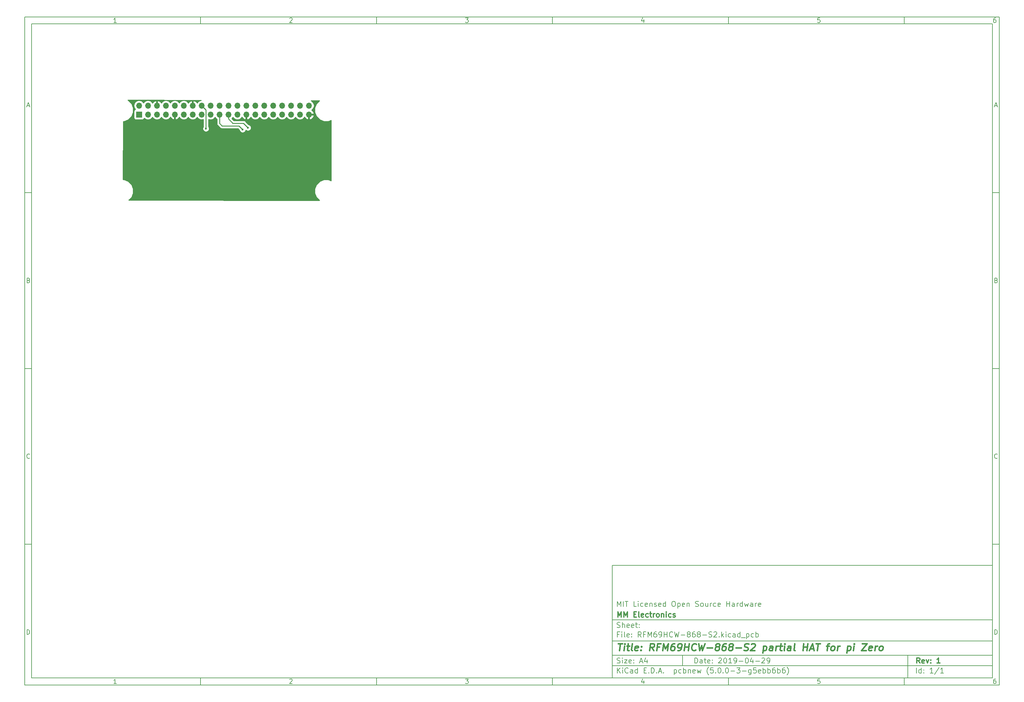
<source format=gbr>
%TF.GenerationSoftware,KiCad,Pcbnew,(5.0.0-3-g5ebb6b6)*%
%TF.CreationDate,2019-04-29T20:19:19+01:00*%
%TF.ProjectId,RFM69HCW-868-S2,52464D36394843572D3836382D53322E,1*%
%TF.SameCoordinates,Original*%
%TF.FileFunction,Copper,L2,Bot,Signal*%
%TF.FilePolarity,Positive*%
%FSLAX46Y46*%
G04 Gerber Fmt 4.6, Leading zero omitted, Abs format (unit mm)*
G04 Created by KiCad (PCBNEW (5.0.0-3-g5ebb6b6)) date Monday, 29 April 2019 at 20:19:19*
%MOMM*%
%LPD*%
G01*
G04 APERTURE LIST*
%ADD10C,0.100000*%
%ADD11C,0.150000*%
%ADD12C,0.300000*%
%ADD13C,0.400000*%
%TA.AperFunction,ComponentPad*%
%ADD14O,1.700000X1.700000*%
%TD*%
%TA.AperFunction,ComponentPad*%
%ADD15R,1.700000X1.700000*%
%TD*%
%TA.AperFunction,ViaPad*%
%ADD16C,0.600000*%
%TD*%
%TA.AperFunction,Conductor*%
%ADD17C,0.250000*%
%TD*%
%TA.AperFunction,Conductor*%
%ADD18C,0.254000*%
%TD*%
G04 APERTURE END LIST*
D10*
D11*
X177002200Y-166007200D02*
X177002200Y-198007200D01*
X285002200Y-198007200D01*
X285002200Y-166007200D01*
X177002200Y-166007200D01*
D10*
D11*
X10000000Y-10000000D02*
X10000000Y-200007200D01*
X287002200Y-200007200D01*
X287002200Y-10000000D01*
X10000000Y-10000000D01*
D10*
D11*
X12000000Y-12000000D02*
X12000000Y-198007200D01*
X285002200Y-198007200D01*
X285002200Y-12000000D01*
X12000000Y-12000000D01*
D10*
D11*
X60000000Y-12000000D02*
X60000000Y-10000000D01*
D10*
D11*
X110000000Y-12000000D02*
X110000000Y-10000000D01*
D10*
D11*
X160000000Y-12000000D02*
X160000000Y-10000000D01*
D10*
D11*
X210000000Y-12000000D02*
X210000000Y-10000000D01*
D10*
D11*
X260000000Y-12000000D02*
X260000000Y-10000000D01*
D10*
D11*
X36065476Y-11588095D02*
X35322619Y-11588095D01*
X35694047Y-11588095D02*
X35694047Y-10288095D01*
X35570238Y-10473809D01*
X35446428Y-10597619D01*
X35322619Y-10659523D01*
D10*
D11*
X85322619Y-10411904D02*
X85384523Y-10350000D01*
X85508333Y-10288095D01*
X85817857Y-10288095D01*
X85941666Y-10350000D01*
X86003571Y-10411904D01*
X86065476Y-10535714D01*
X86065476Y-10659523D01*
X86003571Y-10845238D01*
X85260714Y-11588095D01*
X86065476Y-11588095D01*
D10*
D11*
X135260714Y-10288095D02*
X136065476Y-10288095D01*
X135632142Y-10783333D01*
X135817857Y-10783333D01*
X135941666Y-10845238D01*
X136003571Y-10907142D01*
X136065476Y-11030952D01*
X136065476Y-11340476D01*
X136003571Y-11464285D01*
X135941666Y-11526190D01*
X135817857Y-11588095D01*
X135446428Y-11588095D01*
X135322619Y-11526190D01*
X135260714Y-11464285D01*
D10*
D11*
X185941666Y-10721428D02*
X185941666Y-11588095D01*
X185632142Y-10226190D02*
X185322619Y-11154761D01*
X186127380Y-11154761D01*
D10*
D11*
X236003571Y-10288095D02*
X235384523Y-10288095D01*
X235322619Y-10907142D01*
X235384523Y-10845238D01*
X235508333Y-10783333D01*
X235817857Y-10783333D01*
X235941666Y-10845238D01*
X236003571Y-10907142D01*
X236065476Y-11030952D01*
X236065476Y-11340476D01*
X236003571Y-11464285D01*
X235941666Y-11526190D01*
X235817857Y-11588095D01*
X235508333Y-11588095D01*
X235384523Y-11526190D01*
X235322619Y-11464285D01*
D10*
D11*
X285941666Y-10288095D02*
X285694047Y-10288095D01*
X285570238Y-10350000D01*
X285508333Y-10411904D01*
X285384523Y-10597619D01*
X285322619Y-10845238D01*
X285322619Y-11340476D01*
X285384523Y-11464285D01*
X285446428Y-11526190D01*
X285570238Y-11588095D01*
X285817857Y-11588095D01*
X285941666Y-11526190D01*
X286003571Y-11464285D01*
X286065476Y-11340476D01*
X286065476Y-11030952D01*
X286003571Y-10907142D01*
X285941666Y-10845238D01*
X285817857Y-10783333D01*
X285570238Y-10783333D01*
X285446428Y-10845238D01*
X285384523Y-10907142D01*
X285322619Y-11030952D01*
D10*
D11*
X60000000Y-198007200D02*
X60000000Y-200007200D01*
D10*
D11*
X110000000Y-198007200D02*
X110000000Y-200007200D01*
D10*
D11*
X160000000Y-198007200D02*
X160000000Y-200007200D01*
D10*
D11*
X210000000Y-198007200D02*
X210000000Y-200007200D01*
D10*
D11*
X260000000Y-198007200D02*
X260000000Y-200007200D01*
D10*
D11*
X36065476Y-199595295D02*
X35322619Y-199595295D01*
X35694047Y-199595295D02*
X35694047Y-198295295D01*
X35570238Y-198481009D01*
X35446428Y-198604819D01*
X35322619Y-198666723D01*
D10*
D11*
X85322619Y-198419104D02*
X85384523Y-198357200D01*
X85508333Y-198295295D01*
X85817857Y-198295295D01*
X85941666Y-198357200D01*
X86003571Y-198419104D01*
X86065476Y-198542914D01*
X86065476Y-198666723D01*
X86003571Y-198852438D01*
X85260714Y-199595295D01*
X86065476Y-199595295D01*
D10*
D11*
X135260714Y-198295295D02*
X136065476Y-198295295D01*
X135632142Y-198790533D01*
X135817857Y-198790533D01*
X135941666Y-198852438D01*
X136003571Y-198914342D01*
X136065476Y-199038152D01*
X136065476Y-199347676D01*
X136003571Y-199471485D01*
X135941666Y-199533390D01*
X135817857Y-199595295D01*
X135446428Y-199595295D01*
X135322619Y-199533390D01*
X135260714Y-199471485D01*
D10*
D11*
X185941666Y-198728628D02*
X185941666Y-199595295D01*
X185632142Y-198233390D02*
X185322619Y-199161961D01*
X186127380Y-199161961D01*
D10*
D11*
X236003571Y-198295295D02*
X235384523Y-198295295D01*
X235322619Y-198914342D01*
X235384523Y-198852438D01*
X235508333Y-198790533D01*
X235817857Y-198790533D01*
X235941666Y-198852438D01*
X236003571Y-198914342D01*
X236065476Y-199038152D01*
X236065476Y-199347676D01*
X236003571Y-199471485D01*
X235941666Y-199533390D01*
X235817857Y-199595295D01*
X235508333Y-199595295D01*
X235384523Y-199533390D01*
X235322619Y-199471485D01*
D10*
D11*
X285941666Y-198295295D02*
X285694047Y-198295295D01*
X285570238Y-198357200D01*
X285508333Y-198419104D01*
X285384523Y-198604819D01*
X285322619Y-198852438D01*
X285322619Y-199347676D01*
X285384523Y-199471485D01*
X285446428Y-199533390D01*
X285570238Y-199595295D01*
X285817857Y-199595295D01*
X285941666Y-199533390D01*
X286003571Y-199471485D01*
X286065476Y-199347676D01*
X286065476Y-199038152D01*
X286003571Y-198914342D01*
X285941666Y-198852438D01*
X285817857Y-198790533D01*
X285570238Y-198790533D01*
X285446428Y-198852438D01*
X285384523Y-198914342D01*
X285322619Y-199038152D01*
D10*
D11*
X10000000Y-60000000D02*
X12000000Y-60000000D01*
D10*
D11*
X10000000Y-110000000D02*
X12000000Y-110000000D01*
D10*
D11*
X10000000Y-160000000D02*
X12000000Y-160000000D01*
D10*
D11*
X10690476Y-35216666D02*
X11309523Y-35216666D01*
X10566666Y-35588095D02*
X11000000Y-34288095D01*
X11433333Y-35588095D01*
D10*
D11*
X11092857Y-84907142D02*
X11278571Y-84969047D01*
X11340476Y-85030952D01*
X11402380Y-85154761D01*
X11402380Y-85340476D01*
X11340476Y-85464285D01*
X11278571Y-85526190D01*
X11154761Y-85588095D01*
X10659523Y-85588095D01*
X10659523Y-84288095D01*
X11092857Y-84288095D01*
X11216666Y-84350000D01*
X11278571Y-84411904D01*
X11340476Y-84535714D01*
X11340476Y-84659523D01*
X11278571Y-84783333D01*
X11216666Y-84845238D01*
X11092857Y-84907142D01*
X10659523Y-84907142D01*
D10*
D11*
X11402380Y-135464285D02*
X11340476Y-135526190D01*
X11154761Y-135588095D01*
X11030952Y-135588095D01*
X10845238Y-135526190D01*
X10721428Y-135402380D01*
X10659523Y-135278571D01*
X10597619Y-135030952D01*
X10597619Y-134845238D01*
X10659523Y-134597619D01*
X10721428Y-134473809D01*
X10845238Y-134350000D01*
X11030952Y-134288095D01*
X11154761Y-134288095D01*
X11340476Y-134350000D01*
X11402380Y-134411904D01*
D10*
D11*
X10659523Y-185588095D02*
X10659523Y-184288095D01*
X10969047Y-184288095D01*
X11154761Y-184350000D01*
X11278571Y-184473809D01*
X11340476Y-184597619D01*
X11402380Y-184845238D01*
X11402380Y-185030952D01*
X11340476Y-185278571D01*
X11278571Y-185402380D01*
X11154761Y-185526190D01*
X10969047Y-185588095D01*
X10659523Y-185588095D01*
D10*
D11*
X287002200Y-60000000D02*
X285002200Y-60000000D01*
D10*
D11*
X287002200Y-110000000D02*
X285002200Y-110000000D01*
D10*
D11*
X287002200Y-160000000D02*
X285002200Y-160000000D01*
D10*
D11*
X285692676Y-35216666D02*
X286311723Y-35216666D01*
X285568866Y-35588095D02*
X286002200Y-34288095D01*
X286435533Y-35588095D01*
D10*
D11*
X286095057Y-84907142D02*
X286280771Y-84969047D01*
X286342676Y-85030952D01*
X286404580Y-85154761D01*
X286404580Y-85340476D01*
X286342676Y-85464285D01*
X286280771Y-85526190D01*
X286156961Y-85588095D01*
X285661723Y-85588095D01*
X285661723Y-84288095D01*
X286095057Y-84288095D01*
X286218866Y-84350000D01*
X286280771Y-84411904D01*
X286342676Y-84535714D01*
X286342676Y-84659523D01*
X286280771Y-84783333D01*
X286218866Y-84845238D01*
X286095057Y-84907142D01*
X285661723Y-84907142D01*
D10*
D11*
X286404580Y-135464285D02*
X286342676Y-135526190D01*
X286156961Y-135588095D01*
X286033152Y-135588095D01*
X285847438Y-135526190D01*
X285723628Y-135402380D01*
X285661723Y-135278571D01*
X285599819Y-135030952D01*
X285599819Y-134845238D01*
X285661723Y-134597619D01*
X285723628Y-134473809D01*
X285847438Y-134350000D01*
X286033152Y-134288095D01*
X286156961Y-134288095D01*
X286342676Y-134350000D01*
X286404580Y-134411904D01*
D10*
D11*
X285661723Y-185588095D02*
X285661723Y-184288095D01*
X285971247Y-184288095D01*
X286156961Y-184350000D01*
X286280771Y-184473809D01*
X286342676Y-184597619D01*
X286404580Y-184845238D01*
X286404580Y-185030952D01*
X286342676Y-185278571D01*
X286280771Y-185402380D01*
X286156961Y-185526190D01*
X285971247Y-185588095D01*
X285661723Y-185588095D01*
D10*
D11*
X200434342Y-193785771D02*
X200434342Y-192285771D01*
X200791485Y-192285771D01*
X201005771Y-192357200D01*
X201148628Y-192500057D01*
X201220057Y-192642914D01*
X201291485Y-192928628D01*
X201291485Y-193142914D01*
X201220057Y-193428628D01*
X201148628Y-193571485D01*
X201005771Y-193714342D01*
X200791485Y-193785771D01*
X200434342Y-193785771D01*
X202577200Y-193785771D02*
X202577200Y-193000057D01*
X202505771Y-192857200D01*
X202362914Y-192785771D01*
X202077200Y-192785771D01*
X201934342Y-192857200D01*
X202577200Y-193714342D02*
X202434342Y-193785771D01*
X202077200Y-193785771D01*
X201934342Y-193714342D01*
X201862914Y-193571485D01*
X201862914Y-193428628D01*
X201934342Y-193285771D01*
X202077200Y-193214342D01*
X202434342Y-193214342D01*
X202577200Y-193142914D01*
X203077200Y-192785771D02*
X203648628Y-192785771D01*
X203291485Y-192285771D02*
X203291485Y-193571485D01*
X203362914Y-193714342D01*
X203505771Y-193785771D01*
X203648628Y-193785771D01*
X204720057Y-193714342D02*
X204577200Y-193785771D01*
X204291485Y-193785771D01*
X204148628Y-193714342D01*
X204077200Y-193571485D01*
X204077200Y-193000057D01*
X204148628Y-192857200D01*
X204291485Y-192785771D01*
X204577200Y-192785771D01*
X204720057Y-192857200D01*
X204791485Y-193000057D01*
X204791485Y-193142914D01*
X204077200Y-193285771D01*
X205434342Y-193642914D02*
X205505771Y-193714342D01*
X205434342Y-193785771D01*
X205362914Y-193714342D01*
X205434342Y-193642914D01*
X205434342Y-193785771D01*
X205434342Y-192857200D02*
X205505771Y-192928628D01*
X205434342Y-193000057D01*
X205362914Y-192928628D01*
X205434342Y-192857200D01*
X205434342Y-193000057D01*
X207220057Y-192428628D02*
X207291485Y-192357200D01*
X207434342Y-192285771D01*
X207791485Y-192285771D01*
X207934342Y-192357200D01*
X208005771Y-192428628D01*
X208077200Y-192571485D01*
X208077200Y-192714342D01*
X208005771Y-192928628D01*
X207148628Y-193785771D01*
X208077200Y-193785771D01*
X209005771Y-192285771D02*
X209148628Y-192285771D01*
X209291485Y-192357200D01*
X209362914Y-192428628D01*
X209434342Y-192571485D01*
X209505771Y-192857200D01*
X209505771Y-193214342D01*
X209434342Y-193500057D01*
X209362914Y-193642914D01*
X209291485Y-193714342D01*
X209148628Y-193785771D01*
X209005771Y-193785771D01*
X208862914Y-193714342D01*
X208791485Y-193642914D01*
X208720057Y-193500057D01*
X208648628Y-193214342D01*
X208648628Y-192857200D01*
X208720057Y-192571485D01*
X208791485Y-192428628D01*
X208862914Y-192357200D01*
X209005771Y-192285771D01*
X210934342Y-193785771D02*
X210077200Y-193785771D01*
X210505771Y-193785771D02*
X210505771Y-192285771D01*
X210362914Y-192500057D01*
X210220057Y-192642914D01*
X210077200Y-192714342D01*
X211648628Y-193785771D02*
X211934342Y-193785771D01*
X212077200Y-193714342D01*
X212148628Y-193642914D01*
X212291485Y-193428628D01*
X212362914Y-193142914D01*
X212362914Y-192571485D01*
X212291485Y-192428628D01*
X212220057Y-192357200D01*
X212077200Y-192285771D01*
X211791485Y-192285771D01*
X211648628Y-192357200D01*
X211577200Y-192428628D01*
X211505771Y-192571485D01*
X211505771Y-192928628D01*
X211577200Y-193071485D01*
X211648628Y-193142914D01*
X211791485Y-193214342D01*
X212077200Y-193214342D01*
X212220057Y-193142914D01*
X212291485Y-193071485D01*
X212362914Y-192928628D01*
X213005771Y-193214342D02*
X214148628Y-193214342D01*
X215148628Y-192285771D02*
X215291485Y-192285771D01*
X215434342Y-192357200D01*
X215505771Y-192428628D01*
X215577200Y-192571485D01*
X215648628Y-192857200D01*
X215648628Y-193214342D01*
X215577200Y-193500057D01*
X215505771Y-193642914D01*
X215434342Y-193714342D01*
X215291485Y-193785771D01*
X215148628Y-193785771D01*
X215005771Y-193714342D01*
X214934342Y-193642914D01*
X214862914Y-193500057D01*
X214791485Y-193214342D01*
X214791485Y-192857200D01*
X214862914Y-192571485D01*
X214934342Y-192428628D01*
X215005771Y-192357200D01*
X215148628Y-192285771D01*
X216934342Y-192785771D02*
X216934342Y-193785771D01*
X216577200Y-192214342D02*
X216220057Y-193285771D01*
X217148628Y-193285771D01*
X217720057Y-193214342D02*
X218862914Y-193214342D01*
X219505771Y-192428628D02*
X219577200Y-192357200D01*
X219720057Y-192285771D01*
X220077200Y-192285771D01*
X220220057Y-192357200D01*
X220291485Y-192428628D01*
X220362914Y-192571485D01*
X220362914Y-192714342D01*
X220291485Y-192928628D01*
X219434342Y-193785771D01*
X220362914Y-193785771D01*
X221077200Y-193785771D02*
X221362914Y-193785771D01*
X221505771Y-193714342D01*
X221577200Y-193642914D01*
X221720057Y-193428628D01*
X221791485Y-193142914D01*
X221791485Y-192571485D01*
X221720057Y-192428628D01*
X221648628Y-192357200D01*
X221505771Y-192285771D01*
X221220057Y-192285771D01*
X221077200Y-192357200D01*
X221005771Y-192428628D01*
X220934342Y-192571485D01*
X220934342Y-192928628D01*
X221005771Y-193071485D01*
X221077200Y-193142914D01*
X221220057Y-193214342D01*
X221505771Y-193214342D01*
X221648628Y-193142914D01*
X221720057Y-193071485D01*
X221791485Y-192928628D01*
D10*
D11*
X177002200Y-194507200D02*
X285002200Y-194507200D01*
D10*
D11*
X178434342Y-196585771D02*
X178434342Y-195085771D01*
X179291485Y-196585771D02*
X178648628Y-195728628D01*
X179291485Y-195085771D02*
X178434342Y-195942914D01*
X179934342Y-196585771D02*
X179934342Y-195585771D01*
X179934342Y-195085771D02*
X179862914Y-195157200D01*
X179934342Y-195228628D01*
X180005771Y-195157200D01*
X179934342Y-195085771D01*
X179934342Y-195228628D01*
X181505771Y-196442914D02*
X181434342Y-196514342D01*
X181220057Y-196585771D01*
X181077200Y-196585771D01*
X180862914Y-196514342D01*
X180720057Y-196371485D01*
X180648628Y-196228628D01*
X180577200Y-195942914D01*
X180577200Y-195728628D01*
X180648628Y-195442914D01*
X180720057Y-195300057D01*
X180862914Y-195157200D01*
X181077200Y-195085771D01*
X181220057Y-195085771D01*
X181434342Y-195157200D01*
X181505771Y-195228628D01*
X182791485Y-196585771D02*
X182791485Y-195800057D01*
X182720057Y-195657200D01*
X182577200Y-195585771D01*
X182291485Y-195585771D01*
X182148628Y-195657200D01*
X182791485Y-196514342D02*
X182648628Y-196585771D01*
X182291485Y-196585771D01*
X182148628Y-196514342D01*
X182077200Y-196371485D01*
X182077200Y-196228628D01*
X182148628Y-196085771D01*
X182291485Y-196014342D01*
X182648628Y-196014342D01*
X182791485Y-195942914D01*
X184148628Y-196585771D02*
X184148628Y-195085771D01*
X184148628Y-196514342D02*
X184005771Y-196585771D01*
X183720057Y-196585771D01*
X183577200Y-196514342D01*
X183505771Y-196442914D01*
X183434342Y-196300057D01*
X183434342Y-195871485D01*
X183505771Y-195728628D01*
X183577200Y-195657200D01*
X183720057Y-195585771D01*
X184005771Y-195585771D01*
X184148628Y-195657200D01*
X186005771Y-195800057D02*
X186505771Y-195800057D01*
X186720057Y-196585771D02*
X186005771Y-196585771D01*
X186005771Y-195085771D01*
X186720057Y-195085771D01*
X187362914Y-196442914D02*
X187434342Y-196514342D01*
X187362914Y-196585771D01*
X187291485Y-196514342D01*
X187362914Y-196442914D01*
X187362914Y-196585771D01*
X188077200Y-196585771D02*
X188077200Y-195085771D01*
X188434342Y-195085771D01*
X188648628Y-195157200D01*
X188791485Y-195300057D01*
X188862914Y-195442914D01*
X188934342Y-195728628D01*
X188934342Y-195942914D01*
X188862914Y-196228628D01*
X188791485Y-196371485D01*
X188648628Y-196514342D01*
X188434342Y-196585771D01*
X188077200Y-196585771D01*
X189577200Y-196442914D02*
X189648628Y-196514342D01*
X189577200Y-196585771D01*
X189505771Y-196514342D01*
X189577200Y-196442914D01*
X189577200Y-196585771D01*
X190220057Y-196157200D02*
X190934342Y-196157200D01*
X190077200Y-196585771D02*
X190577200Y-195085771D01*
X191077200Y-196585771D01*
X191577200Y-196442914D02*
X191648628Y-196514342D01*
X191577200Y-196585771D01*
X191505771Y-196514342D01*
X191577200Y-196442914D01*
X191577200Y-196585771D01*
X194577200Y-195585771D02*
X194577200Y-197085771D01*
X194577200Y-195657200D02*
X194720057Y-195585771D01*
X195005771Y-195585771D01*
X195148628Y-195657200D01*
X195220057Y-195728628D01*
X195291485Y-195871485D01*
X195291485Y-196300057D01*
X195220057Y-196442914D01*
X195148628Y-196514342D01*
X195005771Y-196585771D01*
X194720057Y-196585771D01*
X194577200Y-196514342D01*
X196577200Y-196514342D02*
X196434342Y-196585771D01*
X196148628Y-196585771D01*
X196005771Y-196514342D01*
X195934342Y-196442914D01*
X195862914Y-196300057D01*
X195862914Y-195871485D01*
X195934342Y-195728628D01*
X196005771Y-195657200D01*
X196148628Y-195585771D01*
X196434342Y-195585771D01*
X196577200Y-195657200D01*
X197220057Y-196585771D02*
X197220057Y-195085771D01*
X197220057Y-195657200D02*
X197362914Y-195585771D01*
X197648628Y-195585771D01*
X197791485Y-195657200D01*
X197862914Y-195728628D01*
X197934342Y-195871485D01*
X197934342Y-196300057D01*
X197862914Y-196442914D01*
X197791485Y-196514342D01*
X197648628Y-196585771D01*
X197362914Y-196585771D01*
X197220057Y-196514342D01*
X198577200Y-195585771D02*
X198577200Y-196585771D01*
X198577200Y-195728628D02*
X198648628Y-195657200D01*
X198791485Y-195585771D01*
X199005771Y-195585771D01*
X199148628Y-195657200D01*
X199220057Y-195800057D01*
X199220057Y-196585771D01*
X200505771Y-196514342D02*
X200362914Y-196585771D01*
X200077200Y-196585771D01*
X199934342Y-196514342D01*
X199862914Y-196371485D01*
X199862914Y-195800057D01*
X199934342Y-195657200D01*
X200077200Y-195585771D01*
X200362914Y-195585771D01*
X200505771Y-195657200D01*
X200577200Y-195800057D01*
X200577200Y-195942914D01*
X199862914Y-196085771D01*
X201077200Y-195585771D02*
X201362914Y-196585771D01*
X201648628Y-195871485D01*
X201934342Y-196585771D01*
X202220057Y-195585771D01*
X204362914Y-197157200D02*
X204291485Y-197085771D01*
X204148628Y-196871485D01*
X204077200Y-196728628D01*
X204005771Y-196514342D01*
X203934342Y-196157200D01*
X203934342Y-195871485D01*
X204005771Y-195514342D01*
X204077200Y-195300057D01*
X204148628Y-195157200D01*
X204291485Y-194942914D01*
X204362914Y-194871485D01*
X205648628Y-195085771D02*
X204934342Y-195085771D01*
X204862914Y-195800057D01*
X204934342Y-195728628D01*
X205077200Y-195657200D01*
X205434342Y-195657200D01*
X205577200Y-195728628D01*
X205648628Y-195800057D01*
X205720057Y-195942914D01*
X205720057Y-196300057D01*
X205648628Y-196442914D01*
X205577200Y-196514342D01*
X205434342Y-196585771D01*
X205077200Y-196585771D01*
X204934342Y-196514342D01*
X204862914Y-196442914D01*
X206362914Y-196442914D02*
X206434342Y-196514342D01*
X206362914Y-196585771D01*
X206291485Y-196514342D01*
X206362914Y-196442914D01*
X206362914Y-196585771D01*
X207362914Y-195085771D02*
X207505771Y-195085771D01*
X207648628Y-195157200D01*
X207720057Y-195228628D01*
X207791485Y-195371485D01*
X207862914Y-195657200D01*
X207862914Y-196014342D01*
X207791485Y-196300057D01*
X207720057Y-196442914D01*
X207648628Y-196514342D01*
X207505771Y-196585771D01*
X207362914Y-196585771D01*
X207220057Y-196514342D01*
X207148628Y-196442914D01*
X207077200Y-196300057D01*
X207005771Y-196014342D01*
X207005771Y-195657200D01*
X207077200Y-195371485D01*
X207148628Y-195228628D01*
X207220057Y-195157200D01*
X207362914Y-195085771D01*
X208505771Y-196442914D02*
X208577200Y-196514342D01*
X208505771Y-196585771D01*
X208434342Y-196514342D01*
X208505771Y-196442914D01*
X208505771Y-196585771D01*
X209505771Y-195085771D02*
X209648628Y-195085771D01*
X209791485Y-195157200D01*
X209862914Y-195228628D01*
X209934342Y-195371485D01*
X210005771Y-195657200D01*
X210005771Y-196014342D01*
X209934342Y-196300057D01*
X209862914Y-196442914D01*
X209791485Y-196514342D01*
X209648628Y-196585771D01*
X209505771Y-196585771D01*
X209362914Y-196514342D01*
X209291485Y-196442914D01*
X209220057Y-196300057D01*
X209148628Y-196014342D01*
X209148628Y-195657200D01*
X209220057Y-195371485D01*
X209291485Y-195228628D01*
X209362914Y-195157200D01*
X209505771Y-195085771D01*
X210648628Y-196014342D02*
X211791485Y-196014342D01*
X212362914Y-195085771D02*
X213291485Y-195085771D01*
X212791485Y-195657200D01*
X213005771Y-195657200D01*
X213148628Y-195728628D01*
X213220057Y-195800057D01*
X213291485Y-195942914D01*
X213291485Y-196300057D01*
X213220057Y-196442914D01*
X213148628Y-196514342D01*
X213005771Y-196585771D01*
X212577200Y-196585771D01*
X212434342Y-196514342D01*
X212362914Y-196442914D01*
X213934342Y-196014342D02*
X215077200Y-196014342D01*
X216434342Y-195585771D02*
X216434342Y-196800057D01*
X216362914Y-196942914D01*
X216291485Y-197014342D01*
X216148628Y-197085771D01*
X215934342Y-197085771D01*
X215791485Y-197014342D01*
X216434342Y-196514342D02*
X216291485Y-196585771D01*
X216005771Y-196585771D01*
X215862914Y-196514342D01*
X215791485Y-196442914D01*
X215720057Y-196300057D01*
X215720057Y-195871485D01*
X215791485Y-195728628D01*
X215862914Y-195657200D01*
X216005771Y-195585771D01*
X216291485Y-195585771D01*
X216434342Y-195657200D01*
X217862914Y-195085771D02*
X217148628Y-195085771D01*
X217077200Y-195800057D01*
X217148628Y-195728628D01*
X217291485Y-195657200D01*
X217648628Y-195657200D01*
X217791485Y-195728628D01*
X217862914Y-195800057D01*
X217934342Y-195942914D01*
X217934342Y-196300057D01*
X217862914Y-196442914D01*
X217791485Y-196514342D01*
X217648628Y-196585771D01*
X217291485Y-196585771D01*
X217148628Y-196514342D01*
X217077200Y-196442914D01*
X219148628Y-196514342D02*
X219005771Y-196585771D01*
X218720057Y-196585771D01*
X218577200Y-196514342D01*
X218505771Y-196371485D01*
X218505771Y-195800057D01*
X218577200Y-195657200D01*
X218720057Y-195585771D01*
X219005771Y-195585771D01*
X219148628Y-195657200D01*
X219220057Y-195800057D01*
X219220057Y-195942914D01*
X218505771Y-196085771D01*
X219862914Y-196585771D02*
X219862914Y-195085771D01*
X219862914Y-195657200D02*
X220005771Y-195585771D01*
X220291485Y-195585771D01*
X220434342Y-195657200D01*
X220505771Y-195728628D01*
X220577200Y-195871485D01*
X220577200Y-196300057D01*
X220505771Y-196442914D01*
X220434342Y-196514342D01*
X220291485Y-196585771D01*
X220005771Y-196585771D01*
X219862914Y-196514342D01*
X221220057Y-196585771D02*
X221220057Y-195085771D01*
X221220057Y-195657200D02*
X221362914Y-195585771D01*
X221648628Y-195585771D01*
X221791485Y-195657200D01*
X221862914Y-195728628D01*
X221934342Y-195871485D01*
X221934342Y-196300057D01*
X221862914Y-196442914D01*
X221791485Y-196514342D01*
X221648628Y-196585771D01*
X221362914Y-196585771D01*
X221220057Y-196514342D01*
X223220057Y-195085771D02*
X222934342Y-195085771D01*
X222791485Y-195157200D01*
X222720057Y-195228628D01*
X222577200Y-195442914D01*
X222505771Y-195728628D01*
X222505771Y-196300057D01*
X222577200Y-196442914D01*
X222648628Y-196514342D01*
X222791485Y-196585771D01*
X223077200Y-196585771D01*
X223220057Y-196514342D01*
X223291485Y-196442914D01*
X223362914Y-196300057D01*
X223362914Y-195942914D01*
X223291485Y-195800057D01*
X223220057Y-195728628D01*
X223077200Y-195657200D01*
X222791485Y-195657200D01*
X222648628Y-195728628D01*
X222577200Y-195800057D01*
X222505771Y-195942914D01*
X224005771Y-196585771D02*
X224005771Y-195085771D01*
X224005771Y-195657200D02*
X224148628Y-195585771D01*
X224434342Y-195585771D01*
X224577200Y-195657200D01*
X224648628Y-195728628D01*
X224720057Y-195871485D01*
X224720057Y-196300057D01*
X224648628Y-196442914D01*
X224577200Y-196514342D01*
X224434342Y-196585771D01*
X224148628Y-196585771D01*
X224005771Y-196514342D01*
X226005771Y-195085771D02*
X225720057Y-195085771D01*
X225577200Y-195157200D01*
X225505771Y-195228628D01*
X225362914Y-195442914D01*
X225291485Y-195728628D01*
X225291485Y-196300057D01*
X225362914Y-196442914D01*
X225434342Y-196514342D01*
X225577200Y-196585771D01*
X225862914Y-196585771D01*
X226005771Y-196514342D01*
X226077200Y-196442914D01*
X226148628Y-196300057D01*
X226148628Y-195942914D01*
X226077200Y-195800057D01*
X226005771Y-195728628D01*
X225862914Y-195657200D01*
X225577200Y-195657200D01*
X225434342Y-195728628D01*
X225362914Y-195800057D01*
X225291485Y-195942914D01*
X226648628Y-197157200D02*
X226720057Y-197085771D01*
X226862914Y-196871485D01*
X226934342Y-196728628D01*
X227005771Y-196514342D01*
X227077200Y-196157200D01*
X227077200Y-195871485D01*
X227005771Y-195514342D01*
X226934342Y-195300057D01*
X226862914Y-195157200D01*
X226720057Y-194942914D01*
X226648628Y-194871485D01*
D10*
D11*
X177002200Y-191507200D02*
X285002200Y-191507200D01*
D10*
D12*
X264411485Y-193785771D02*
X263911485Y-193071485D01*
X263554342Y-193785771D02*
X263554342Y-192285771D01*
X264125771Y-192285771D01*
X264268628Y-192357200D01*
X264340057Y-192428628D01*
X264411485Y-192571485D01*
X264411485Y-192785771D01*
X264340057Y-192928628D01*
X264268628Y-193000057D01*
X264125771Y-193071485D01*
X263554342Y-193071485D01*
X265625771Y-193714342D02*
X265482914Y-193785771D01*
X265197200Y-193785771D01*
X265054342Y-193714342D01*
X264982914Y-193571485D01*
X264982914Y-193000057D01*
X265054342Y-192857200D01*
X265197200Y-192785771D01*
X265482914Y-192785771D01*
X265625771Y-192857200D01*
X265697200Y-193000057D01*
X265697200Y-193142914D01*
X264982914Y-193285771D01*
X266197200Y-192785771D02*
X266554342Y-193785771D01*
X266911485Y-192785771D01*
X267482914Y-193642914D02*
X267554342Y-193714342D01*
X267482914Y-193785771D01*
X267411485Y-193714342D01*
X267482914Y-193642914D01*
X267482914Y-193785771D01*
X267482914Y-192857200D02*
X267554342Y-192928628D01*
X267482914Y-193000057D01*
X267411485Y-192928628D01*
X267482914Y-192857200D01*
X267482914Y-193000057D01*
X270125771Y-193785771D02*
X269268628Y-193785771D01*
X269697200Y-193785771D02*
X269697200Y-192285771D01*
X269554342Y-192500057D01*
X269411485Y-192642914D01*
X269268628Y-192714342D01*
D10*
D11*
X178362914Y-193714342D02*
X178577200Y-193785771D01*
X178934342Y-193785771D01*
X179077200Y-193714342D01*
X179148628Y-193642914D01*
X179220057Y-193500057D01*
X179220057Y-193357200D01*
X179148628Y-193214342D01*
X179077200Y-193142914D01*
X178934342Y-193071485D01*
X178648628Y-193000057D01*
X178505771Y-192928628D01*
X178434342Y-192857200D01*
X178362914Y-192714342D01*
X178362914Y-192571485D01*
X178434342Y-192428628D01*
X178505771Y-192357200D01*
X178648628Y-192285771D01*
X179005771Y-192285771D01*
X179220057Y-192357200D01*
X179862914Y-193785771D02*
X179862914Y-192785771D01*
X179862914Y-192285771D02*
X179791485Y-192357200D01*
X179862914Y-192428628D01*
X179934342Y-192357200D01*
X179862914Y-192285771D01*
X179862914Y-192428628D01*
X180434342Y-192785771D02*
X181220057Y-192785771D01*
X180434342Y-193785771D01*
X181220057Y-193785771D01*
X182362914Y-193714342D02*
X182220057Y-193785771D01*
X181934342Y-193785771D01*
X181791485Y-193714342D01*
X181720057Y-193571485D01*
X181720057Y-193000057D01*
X181791485Y-192857200D01*
X181934342Y-192785771D01*
X182220057Y-192785771D01*
X182362914Y-192857200D01*
X182434342Y-193000057D01*
X182434342Y-193142914D01*
X181720057Y-193285771D01*
X183077200Y-193642914D02*
X183148628Y-193714342D01*
X183077200Y-193785771D01*
X183005771Y-193714342D01*
X183077200Y-193642914D01*
X183077200Y-193785771D01*
X183077200Y-192857200D02*
X183148628Y-192928628D01*
X183077200Y-193000057D01*
X183005771Y-192928628D01*
X183077200Y-192857200D01*
X183077200Y-193000057D01*
X184862914Y-193357200D02*
X185577200Y-193357200D01*
X184720057Y-193785771D02*
X185220057Y-192285771D01*
X185720057Y-193785771D01*
X186862914Y-192785771D02*
X186862914Y-193785771D01*
X186505771Y-192214342D02*
X186148628Y-193285771D01*
X187077200Y-193285771D01*
D10*
D11*
X263434342Y-196585771D02*
X263434342Y-195085771D01*
X264791485Y-196585771D02*
X264791485Y-195085771D01*
X264791485Y-196514342D02*
X264648628Y-196585771D01*
X264362914Y-196585771D01*
X264220057Y-196514342D01*
X264148628Y-196442914D01*
X264077200Y-196300057D01*
X264077200Y-195871485D01*
X264148628Y-195728628D01*
X264220057Y-195657200D01*
X264362914Y-195585771D01*
X264648628Y-195585771D01*
X264791485Y-195657200D01*
X265505771Y-196442914D02*
X265577200Y-196514342D01*
X265505771Y-196585771D01*
X265434342Y-196514342D01*
X265505771Y-196442914D01*
X265505771Y-196585771D01*
X265505771Y-195657200D02*
X265577200Y-195728628D01*
X265505771Y-195800057D01*
X265434342Y-195728628D01*
X265505771Y-195657200D01*
X265505771Y-195800057D01*
X268148628Y-196585771D02*
X267291485Y-196585771D01*
X267720057Y-196585771D02*
X267720057Y-195085771D01*
X267577200Y-195300057D01*
X267434342Y-195442914D01*
X267291485Y-195514342D01*
X269862914Y-195014342D02*
X268577200Y-196942914D01*
X271148628Y-196585771D02*
X270291485Y-196585771D01*
X270720057Y-196585771D02*
X270720057Y-195085771D01*
X270577200Y-195300057D01*
X270434342Y-195442914D01*
X270291485Y-195514342D01*
D10*
D11*
X177002200Y-187507200D02*
X285002200Y-187507200D01*
D10*
D13*
X178714580Y-188211961D02*
X179857438Y-188211961D01*
X179036009Y-190211961D02*
X179286009Y-188211961D01*
X180274104Y-190211961D02*
X180440771Y-188878628D01*
X180524104Y-188211961D02*
X180416961Y-188307200D01*
X180500295Y-188402438D01*
X180607438Y-188307200D01*
X180524104Y-188211961D01*
X180500295Y-188402438D01*
X181107438Y-188878628D02*
X181869342Y-188878628D01*
X181476485Y-188211961D02*
X181262200Y-189926247D01*
X181333628Y-190116723D01*
X181512200Y-190211961D01*
X181702676Y-190211961D01*
X182655057Y-190211961D02*
X182476485Y-190116723D01*
X182405057Y-189926247D01*
X182619342Y-188211961D01*
X184190771Y-190116723D02*
X183988390Y-190211961D01*
X183607438Y-190211961D01*
X183428866Y-190116723D01*
X183357438Y-189926247D01*
X183452676Y-189164342D01*
X183571723Y-188973866D01*
X183774104Y-188878628D01*
X184155057Y-188878628D01*
X184333628Y-188973866D01*
X184405057Y-189164342D01*
X184381247Y-189354819D01*
X183405057Y-189545295D01*
X185155057Y-190021485D02*
X185238390Y-190116723D01*
X185131247Y-190211961D01*
X185047914Y-190116723D01*
X185155057Y-190021485D01*
X185131247Y-190211961D01*
X185286009Y-188973866D02*
X185369342Y-189069104D01*
X185262200Y-189164342D01*
X185178866Y-189069104D01*
X185286009Y-188973866D01*
X185262200Y-189164342D01*
X188750295Y-190211961D02*
X188202676Y-189259580D01*
X187607438Y-190211961D02*
X187857438Y-188211961D01*
X188619342Y-188211961D01*
X188797914Y-188307200D01*
X188881247Y-188402438D01*
X188952676Y-188592914D01*
X188916961Y-188878628D01*
X188797914Y-189069104D01*
X188690771Y-189164342D01*
X188488390Y-189259580D01*
X187726485Y-189259580D01*
X190405057Y-189164342D02*
X189738390Y-189164342D01*
X189607438Y-190211961D02*
X189857438Y-188211961D01*
X190809819Y-188211961D01*
X191321723Y-190211961D02*
X191571723Y-188211961D01*
X192059819Y-189640533D01*
X192905057Y-188211961D01*
X192655057Y-190211961D01*
X194714580Y-188211961D02*
X194333628Y-188211961D01*
X194131247Y-188307200D01*
X194024104Y-188402438D01*
X193797914Y-188688152D01*
X193655057Y-189069104D01*
X193559819Y-189831009D01*
X193631247Y-190021485D01*
X193714580Y-190116723D01*
X193893152Y-190211961D01*
X194274104Y-190211961D01*
X194476485Y-190116723D01*
X194583628Y-190021485D01*
X194702676Y-189831009D01*
X194762200Y-189354819D01*
X194690771Y-189164342D01*
X194607438Y-189069104D01*
X194428866Y-188973866D01*
X194047914Y-188973866D01*
X193845533Y-189069104D01*
X193738390Y-189164342D01*
X193619342Y-189354819D01*
X195607438Y-190211961D02*
X195988390Y-190211961D01*
X196190771Y-190116723D01*
X196297914Y-190021485D01*
X196524104Y-189735771D01*
X196666961Y-189354819D01*
X196762200Y-188592914D01*
X196690771Y-188402438D01*
X196607438Y-188307200D01*
X196428866Y-188211961D01*
X196047914Y-188211961D01*
X195845533Y-188307200D01*
X195738390Y-188402438D01*
X195619342Y-188592914D01*
X195559819Y-189069104D01*
X195631247Y-189259580D01*
X195714580Y-189354819D01*
X195893152Y-189450057D01*
X196274104Y-189450057D01*
X196476485Y-189354819D01*
X196583628Y-189259580D01*
X196702676Y-189069104D01*
X197416961Y-190211961D02*
X197666961Y-188211961D01*
X197547914Y-189164342D02*
X198690771Y-189164342D01*
X198559819Y-190211961D02*
X198809819Y-188211961D01*
X200678866Y-190021485D02*
X200571723Y-190116723D01*
X200274104Y-190211961D01*
X200083628Y-190211961D01*
X199809819Y-190116723D01*
X199643152Y-189926247D01*
X199571723Y-189735771D01*
X199524104Y-189354819D01*
X199559819Y-189069104D01*
X199702676Y-188688152D01*
X199821723Y-188497676D01*
X200036009Y-188307200D01*
X200333628Y-188211961D01*
X200524104Y-188211961D01*
X200797914Y-188307200D01*
X200881247Y-188402438D01*
X201571723Y-188211961D02*
X201797914Y-190211961D01*
X202357438Y-188783390D01*
X202559819Y-190211961D01*
X203286009Y-188211961D01*
X203893152Y-189450057D02*
X205416961Y-189450057D01*
X206702676Y-189069104D02*
X206524104Y-188973866D01*
X206440771Y-188878628D01*
X206369342Y-188688152D01*
X206381247Y-188592914D01*
X206500295Y-188402438D01*
X206607438Y-188307200D01*
X206809819Y-188211961D01*
X207190771Y-188211961D01*
X207369342Y-188307200D01*
X207452676Y-188402438D01*
X207524104Y-188592914D01*
X207512200Y-188688152D01*
X207393152Y-188878628D01*
X207286009Y-188973866D01*
X207083628Y-189069104D01*
X206702676Y-189069104D01*
X206500295Y-189164342D01*
X206393152Y-189259580D01*
X206274104Y-189450057D01*
X206226485Y-189831009D01*
X206297914Y-190021485D01*
X206381247Y-190116723D01*
X206559819Y-190211961D01*
X206940771Y-190211961D01*
X207143152Y-190116723D01*
X207250295Y-190021485D01*
X207369342Y-189831009D01*
X207416961Y-189450057D01*
X207345533Y-189259580D01*
X207262200Y-189164342D01*
X207083628Y-189069104D01*
X209286009Y-188211961D02*
X208905057Y-188211961D01*
X208702676Y-188307200D01*
X208595533Y-188402438D01*
X208369342Y-188688152D01*
X208226485Y-189069104D01*
X208131247Y-189831009D01*
X208202676Y-190021485D01*
X208286009Y-190116723D01*
X208464580Y-190211961D01*
X208845533Y-190211961D01*
X209047914Y-190116723D01*
X209155057Y-190021485D01*
X209274104Y-189831009D01*
X209333628Y-189354819D01*
X209262200Y-189164342D01*
X209178866Y-189069104D01*
X209000295Y-188973866D01*
X208619342Y-188973866D01*
X208416961Y-189069104D01*
X208309819Y-189164342D01*
X208190771Y-189354819D01*
X210512200Y-189069104D02*
X210333628Y-188973866D01*
X210250295Y-188878628D01*
X210178866Y-188688152D01*
X210190771Y-188592914D01*
X210309819Y-188402438D01*
X210416961Y-188307200D01*
X210619342Y-188211961D01*
X211000295Y-188211961D01*
X211178866Y-188307200D01*
X211262200Y-188402438D01*
X211333628Y-188592914D01*
X211321723Y-188688152D01*
X211202676Y-188878628D01*
X211095533Y-188973866D01*
X210893152Y-189069104D01*
X210512200Y-189069104D01*
X210309819Y-189164342D01*
X210202676Y-189259580D01*
X210083628Y-189450057D01*
X210036009Y-189831009D01*
X210107438Y-190021485D01*
X210190771Y-190116723D01*
X210369342Y-190211961D01*
X210750295Y-190211961D01*
X210952676Y-190116723D01*
X211059819Y-190021485D01*
X211178866Y-189831009D01*
X211226485Y-189450057D01*
X211155057Y-189259580D01*
X211071723Y-189164342D01*
X210893152Y-189069104D01*
X212083628Y-189450057D02*
X213607438Y-189450057D01*
X214381247Y-190116723D02*
X214655057Y-190211961D01*
X215131247Y-190211961D01*
X215333628Y-190116723D01*
X215440771Y-190021485D01*
X215559819Y-189831009D01*
X215583628Y-189640533D01*
X215512200Y-189450057D01*
X215428866Y-189354819D01*
X215250295Y-189259580D01*
X214881247Y-189164342D01*
X214702676Y-189069104D01*
X214619342Y-188973866D01*
X214547914Y-188783390D01*
X214571723Y-188592914D01*
X214690771Y-188402438D01*
X214797914Y-188307200D01*
X215000295Y-188211961D01*
X215476485Y-188211961D01*
X215750295Y-188307200D01*
X216500295Y-188402438D02*
X216607438Y-188307200D01*
X216809819Y-188211961D01*
X217286009Y-188211961D01*
X217464580Y-188307200D01*
X217547914Y-188402438D01*
X217619342Y-188592914D01*
X217595533Y-188783390D01*
X217464580Y-189069104D01*
X216178866Y-190211961D01*
X217416961Y-190211961D01*
X219964580Y-188878628D02*
X219714580Y-190878628D01*
X219952676Y-188973866D02*
X220155057Y-188878628D01*
X220536009Y-188878628D01*
X220714580Y-188973866D01*
X220797914Y-189069104D01*
X220869342Y-189259580D01*
X220797914Y-189831009D01*
X220678866Y-190021485D01*
X220571723Y-190116723D01*
X220369342Y-190211961D01*
X219988390Y-190211961D01*
X219809819Y-190116723D01*
X222464580Y-190211961D02*
X222595533Y-189164342D01*
X222524104Y-188973866D01*
X222345533Y-188878628D01*
X221964580Y-188878628D01*
X221762200Y-188973866D01*
X222476485Y-190116723D02*
X222274104Y-190211961D01*
X221797914Y-190211961D01*
X221619342Y-190116723D01*
X221547914Y-189926247D01*
X221571723Y-189735771D01*
X221690771Y-189545295D01*
X221893152Y-189450057D01*
X222369342Y-189450057D01*
X222571723Y-189354819D01*
X223416961Y-190211961D02*
X223583628Y-188878628D01*
X223536009Y-189259580D02*
X223655057Y-189069104D01*
X223762199Y-188973866D01*
X223964580Y-188878628D01*
X224155057Y-188878628D01*
X224536009Y-188878628D02*
X225297914Y-188878628D01*
X224905057Y-188211961D02*
X224690771Y-189926247D01*
X224762200Y-190116723D01*
X224940771Y-190211961D01*
X225131247Y-190211961D01*
X225797914Y-190211961D02*
X225964580Y-188878628D01*
X226047914Y-188211961D02*
X225940771Y-188307200D01*
X226024104Y-188402438D01*
X226131247Y-188307200D01*
X226047914Y-188211961D01*
X226024104Y-188402438D01*
X227607438Y-190211961D02*
X227738390Y-189164342D01*
X227666961Y-188973866D01*
X227488390Y-188878628D01*
X227107438Y-188878628D01*
X226905057Y-188973866D01*
X227619342Y-190116723D02*
X227416961Y-190211961D01*
X226940771Y-190211961D01*
X226762200Y-190116723D01*
X226690771Y-189926247D01*
X226714580Y-189735771D01*
X226833628Y-189545295D01*
X227036009Y-189450057D01*
X227512200Y-189450057D01*
X227714580Y-189354819D01*
X228845533Y-190211961D02*
X228666961Y-190116723D01*
X228595533Y-189926247D01*
X228809819Y-188211961D01*
X231131247Y-190211961D02*
X231381247Y-188211961D01*
X231262199Y-189164342D02*
X232405057Y-189164342D01*
X232274104Y-190211961D02*
X232524104Y-188211961D01*
X233202676Y-189640533D02*
X234155057Y-189640533D01*
X232940771Y-190211961D02*
X233857438Y-188211961D01*
X234274104Y-190211961D01*
X234905057Y-188211961D02*
X236047914Y-188211961D01*
X235226485Y-190211961D02*
X235476485Y-188211961D01*
X237869342Y-188878628D02*
X238631247Y-188878628D01*
X237988390Y-190211961D02*
X238202676Y-188497676D01*
X238321723Y-188307200D01*
X238524104Y-188211961D01*
X238714580Y-188211961D01*
X239416961Y-190211961D02*
X239238390Y-190116723D01*
X239155057Y-190021485D01*
X239083628Y-189831009D01*
X239155057Y-189259580D01*
X239274104Y-189069104D01*
X239381247Y-188973866D01*
X239583628Y-188878628D01*
X239869342Y-188878628D01*
X240047914Y-188973866D01*
X240131247Y-189069104D01*
X240202676Y-189259580D01*
X240131247Y-189831009D01*
X240012199Y-190021485D01*
X239905057Y-190116723D01*
X239702676Y-190211961D01*
X239416961Y-190211961D01*
X240940771Y-190211961D02*
X241107438Y-188878628D01*
X241059819Y-189259580D02*
X241178866Y-189069104D01*
X241286009Y-188973866D01*
X241488390Y-188878628D01*
X241678866Y-188878628D01*
X243869342Y-188878628D02*
X243619342Y-190878628D01*
X243857438Y-188973866D02*
X244059819Y-188878628D01*
X244440771Y-188878628D01*
X244619342Y-188973866D01*
X244702676Y-189069104D01*
X244774104Y-189259580D01*
X244702676Y-189831009D01*
X244583628Y-190021485D01*
X244476485Y-190116723D01*
X244274104Y-190211961D01*
X243893152Y-190211961D01*
X243714580Y-190116723D01*
X245512199Y-190211961D02*
X245678866Y-188878628D01*
X245762199Y-188211961D02*
X245655057Y-188307200D01*
X245738390Y-188402438D01*
X245845533Y-188307200D01*
X245762199Y-188211961D01*
X245738390Y-188402438D01*
X248047914Y-188211961D02*
X249381247Y-188211961D01*
X247797914Y-190211961D01*
X249131247Y-190211961D01*
X250666961Y-190116723D02*
X250464580Y-190211961D01*
X250083628Y-190211961D01*
X249905057Y-190116723D01*
X249833628Y-189926247D01*
X249928866Y-189164342D01*
X250047914Y-188973866D01*
X250250295Y-188878628D01*
X250631247Y-188878628D01*
X250809819Y-188973866D01*
X250881247Y-189164342D01*
X250857438Y-189354819D01*
X249881247Y-189545295D01*
X251607438Y-190211961D02*
X251774104Y-188878628D01*
X251726485Y-189259580D02*
X251845533Y-189069104D01*
X251952676Y-188973866D01*
X252155057Y-188878628D01*
X252345533Y-188878628D01*
X253131247Y-190211961D02*
X252952676Y-190116723D01*
X252869342Y-190021485D01*
X252797914Y-189831009D01*
X252869342Y-189259580D01*
X252988390Y-189069104D01*
X253095533Y-188973866D01*
X253297914Y-188878628D01*
X253583628Y-188878628D01*
X253762200Y-188973866D01*
X253845533Y-189069104D01*
X253916961Y-189259580D01*
X253845533Y-189831009D01*
X253726485Y-190021485D01*
X253619342Y-190116723D01*
X253416961Y-190211961D01*
X253131247Y-190211961D01*
D10*
D11*
X178934342Y-185600057D02*
X178434342Y-185600057D01*
X178434342Y-186385771D02*
X178434342Y-184885771D01*
X179148628Y-184885771D01*
X179720057Y-186385771D02*
X179720057Y-185385771D01*
X179720057Y-184885771D02*
X179648628Y-184957200D01*
X179720057Y-185028628D01*
X179791485Y-184957200D01*
X179720057Y-184885771D01*
X179720057Y-185028628D01*
X180648628Y-186385771D02*
X180505771Y-186314342D01*
X180434342Y-186171485D01*
X180434342Y-184885771D01*
X181791485Y-186314342D02*
X181648628Y-186385771D01*
X181362914Y-186385771D01*
X181220057Y-186314342D01*
X181148628Y-186171485D01*
X181148628Y-185600057D01*
X181220057Y-185457200D01*
X181362914Y-185385771D01*
X181648628Y-185385771D01*
X181791485Y-185457200D01*
X181862914Y-185600057D01*
X181862914Y-185742914D01*
X181148628Y-185885771D01*
X182505771Y-186242914D02*
X182577200Y-186314342D01*
X182505771Y-186385771D01*
X182434342Y-186314342D01*
X182505771Y-186242914D01*
X182505771Y-186385771D01*
X182505771Y-185457200D02*
X182577200Y-185528628D01*
X182505771Y-185600057D01*
X182434342Y-185528628D01*
X182505771Y-185457200D01*
X182505771Y-185600057D01*
X185220057Y-186385771D02*
X184720057Y-185671485D01*
X184362914Y-186385771D02*
X184362914Y-184885771D01*
X184934342Y-184885771D01*
X185077200Y-184957200D01*
X185148628Y-185028628D01*
X185220057Y-185171485D01*
X185220057Y-185385771D01*
X185148628Y-185528628D01*
X185077200Y-185600057D01*
X184934342Y-185671485D01*
X184362914Y-185671485D01*
X186362914Y-185600057D02*
X185862914Y-185600057D01*
X185862914Y-186385771D02*
X185862914Y-184885771D01*
X186577200Y-184885771D01*
X187148628Y-186385771D02*
X187148628Y-184885771D01*
X187648628Y-185957200D01*
X188148628Y-184885771D01*
X188148628Y-186385771D01*
X189505771Y-184885771D02*
X189220057Y-184885771D01*
X189077200Y-184957200D01*
X189005771Y-185028628D01*
X188862914Y-185242914D01*
X188791485Y-185528628D01*
X188791485Y-186100057D01*
X188862914Y-186242914D01*
X188934342Y-186314342D01*
X189077200Y-186385771D01*
X189362914Y-186385771D01*
X189505771Y-186314342D01*
X189577200Y-186242914D01*
X189648628Y-186100057D01*
X189648628Y-185742914D01*
X189577200Y-185600057D01*
X189505771Y-185528628D01*
X189362914Y-185457200D01*
X189077200Y-185457200D01*
X188934342Y-185528628D01*
X188862914Y-185600057D01*
X188791485Y-185742914D01*
X190362914Y-186385771D02*
X190648628Y-186385771D01*
X190791485Y-186314342D01*
X190862914Y-186242914D01*
X191005771Y-186028628D01*
X191077200Y-185742914D01*
X191077200Y-185171485D01*
X191005771Y-185028628D01*
X190934342Y-184957200D01*
X190791485Y-184885771D01*
X190505771Y-184885771D01*
X190362914Y-184957200D01*
X190291485Y-185028628D01*
X190220057Y-185171485D01*
X190220057Y-185528628D01*
X190291485Y-185671485D01*
X190362914Y-185742914D01*
X190505771Y-185814342D01*
X190791485Y-185814342D01*
X190934342Y-185742914D01*
X191005771Y-185671485D01*
X191077200Y-185528628D01*
X191720057Y-186385771D02*
X191720057Y-184885771D01*
X191720057Y-185600057D02*
X192577200Y-185600057D01*
X192577200Y-186385771D02*
X192577200Y-184885771D01*
X194148628Y-186242914D02*
X194077200Y-186314342D01*
X193862914Y-186385771D01*
X193720057Y-186385771D01*
X193505771Y-186314342D01*
X193362914Y-186171485D01*
X193291485Y-186028628D01*
X193220057Y-185742914D01*
X193220057Y-185528628D01*
X193291485Y-185242914D01*
X193362914Y-185100057D01*
X193505771Y-184957200D01*
X193720057Y-184885771D01*
X193862914Y-184885771D01*
X194077200Y-184957200D01*
X194148628Y-185028628D01*
X194648628Y-184885771D02*
X195005771Y-186385771D01*
X195291485Y-185314342D01*
X195577200Y-186385771D01*
X195934342Y-184885771D01*
X196505771Y-185814342D02*
X197648628Y-185814342D01*
X198577200Y-185528628D02*
X198434342Y-185457200D01*
X198362914Y-185385771D01*
X198291485Y-185242914D01*
X198291485Y-185171485D01*
X198362914Y-185028628D01*
X198434342Y-184957200D01*
X198577200Y-184885771D01*
X198862914Y-184885771D01*
X199005771Y-184957200D01*
X199077200Y-185028628D01*
X199148628Y-185171485D01*
X199148628Y-185242914D01*
X199077200Y-185385771D01*
X199005771Y-185457200D01*
X198862914Y-185528628D01*
X198577200Y-185528628D01*
X198434342Y-185600057D01*
X198362914Y-185671485D01*
X198291485Y-185814342D01*
X198291485Y-186100057D01*
X198362914Y-186242914D01*
X198434342Y-186314342D01*
X198577200Y-186385771D01*
X198862914Y-186385771D01*
X199005771Y-186314342D01*
X199077200Y-186242914D01*
X199148628Y-186100057D01*
X199148628Y-185814342D01*
X199077200Y-185671485D01*
X199005771Y-185600057D01*
X198862914Y-185528628D01*
X200434342Y-184885771D02*
X200148628Y-184885771D01*
X200005771Y-184957200D01*
X199934342Y-185028628D01*
X199791485Y-185242914D01*
X199720057Y-185528628D01*
X199720057Y-186100057D01*
X199791485Y-186242914D01*
X199862914Y-186314342D01*
X200005771Y-186385771D01*
X200291485Y-186385771D01*
X200434342Y-186314342D01*
X200505771Y-186242914D01*
X200577200Y-186100057D01*
X200577200Y-185742914D01*
X200505771Y-185600057D01*
X200434342Y-185528628D01*
X200291485Y-185457200D01*
X200005771Y-185457200D01*
X199862914Y-185528628D01*
X199791485Y-185600057D01*
X199720057Y-185742914D01*
X201434342Y-185528628D02*
X201291485Y-185457200D01*
X201220057Y-185385771D01*
X201148628Y-185242914D01*
X201148628Y-185171485D01*
X201220057Y-185028628D01*
X201291485Y-184957200D01*
X201434342Y-184885771D01*
X201720057Y-184885771D01*
X201862914Y-184957200D01*
X201934342Y-185028628D01*
X202005771Y-185171485D01*
X202005771Y-185242914D01*
X201934342Y-185385771D01*
X201862914Y-185457200D01*
X201720057Y-185528628D01*
X201434342Y-185528628D01*
X201291485Y-185600057D01*
X201220057Y-185671485D01*
X201148628Y-185814342D01*
X201148628Y-186100057D01*
X201220057Y-186242914D01*
X201291485Y-186314342D01*
X201434342Y-186385771D01*
X201720057Y-186385771D01*
X201862914Y-186314342D01*
X201934342Y-186242914D01*
X202005771Y-186100057D01*
X202005771Y-185814342D01*
X201934342Y-185671485D01*
X201862914Y-185600057D01*
X201720057Y-185528628D01*
X202648628Y-185814342D02*
X203791485Y-185814342D01*
X204434342Y-186314342D02*
X204648628Y-186385771D01*
X205005771Y-186385771D01*
X205148628Y-186314342D01*
X205220057Y-186242914D01*
X205291485Y-186100057D01*
X205291485Y-185957200D01*
X205220057Y-185814342D01*
X205148628Y-185742914D01*
X205005771Y-185671485D01*
X204720057Y-185600057D01*
X204577200Y-185528628D01*
X204505771Y-185457200D01*
X204434342Y-185314342D01*
X204434342Y-185171485D01*
X204505771Y-185028628D01*
X204577200Y-184957200D01*
X204720057Y-184885771D01*
X205077200Y-184885771D01*
X205291485Y-184957200D01*
X205862914Y-185028628D02*
X205934342Y-184957200D01*
X206077200Y-184885771D01*
X206434342Y-184885771D01*
X206577200Y-184957200D01*
X206648628Y-185028628D01*
X206720057Y-185171485D01*
X206720057Y-185314342D01*
X206648628Y-185528628D01*
X205791485Y-186385771D01*
X206720057Y-186385771D01*
X207362914Y-186242914D02*
X207434342Y-186314342D01*
X207362914Y-186385771D01*
X207291485Y-186314342D01*
X207362914Y-186242914D01*
X207362914Y-186385771D01*
X208077200Y-186385771D02*
X208077200Y-184885771D01*
X208220057Y-185814342D02*
X208648628Y-186385771D01*
X208648628Y-185385771D02*
X208077200Y-185957200D01*
X209291485Y-186385771D02*
X209291485Y-185385771D01*
X209291485Y-184885771D02*
X209220057Y-184957200D01*
X209291485Y-185028628D01*
X209362914Y-184957200D01*
X209291485Y-184885771D01*
X209291485Y-185028628D01*
X210648628Y-186314342D02*
X210505771Y-186385771D01*
X210220057Y-186385771D01*
X210077200Y-186314342D01*
X210005771Y-186242914D01*
X209934342Y-186100057D01*
X209934342Y-185671485D01*
X210005771Y-185528628D01*
X210077200Y-185457200D01*
X210220057Y-185385771D01*
X210505771Y-185385771D01*
X210648628Y-185457200D01*
X211934342Y-186385771D02*
X211934342Y-185600057D01*
X211862914Y-185457200D01*
X211720057Y-185385771D01*
X211434342Y-185385771D01*
X211291485Y-185457200D01*
X211934342Y-186314342D02*
X211791485Y-186385771D01*
X211434342Y-186385771D01*
X211291485Y-186314342D01*
X211220057Y-186171485D01*
X211220057Y-186028628D01*
X211291485Y-185885771D01*
X211434342Y-185814342D01*
X211791485Y-185814342D01*
X211934342Y-185742914D01*
X213291485Y-186385771D02*
X213291485Y-184885771D01*
X213291485Y-186314342D02*
X213148628Y-186385771D01*
X212862914Y-186385771D01*
X212720057Y-186314342D01*
X212648628Y-186242914D01*
X212577200Y-186100057D01*
X212577200Y-185671485D01*
X212648628Y-185528628D01*
X212720057Y-185457200D01*
X212862914Y-185385771D01*
X213148628Y-185385771D01*
X213291485Y-185457200D01*
X213648628Y-186528628D02*
X214791485Y-186528628D01*
X215148628Y-185385771D02*
X215148628Y-186885771D01*
X215148628Y-185457200D02*
X215291485Y-185385771D01*
X215577200Y-185385771D01*
X215720057Y-185457200D01*
X215791485Y-185528628D01*
X215862914Y-185671485D01*
X215862914Y-186100057D01*
X215791485Y-186242914D01*
X215720057Y-186314342D01*
X215577200Y-186385771D01*
X215291485Y-186385771D01*
X215148628Y-186314342D01*
X217148628Y-186314342D02*
X217005771Y-186385771D01*
X216720057Y-186385771D01*
X216577200Y-186314342D01*
X216505771Y-186242914D01*
X216434342Y-186100057D01*
X216434342Y-185671485D01*
X216505771Y-185528628D01*
X216577200Y-185457200D01*
X216720057Y-185385771D01*
X217005771Y-185385771D01*
X217148628Y-185457200D01*
X217791485Y-186385771D02*
X217791485Y-184885771D01*
X217791485Y-185457200D02*
X217934342Y-185385771D01*
X218220057Y-185385771D01*
X218362914Y-185457200D01*
X218434342Y-185528628D01*
X218505771Y-185671485D01*
X218505771Y-186100057D01*
X218434342Y-186242914D01*
X218362914Y-186314342D01*
X218220057Y-186385771D01*
X217934342Y-186385771D01*
X217791485Y-186314342D01*
D10*
D11*
X177002200Y-181507200D02*
X285002200Y-181507200D01*
D10*
D11*
X178362914Y-183614342D02*
X178577200Y-183685771D01*
X178934342Y-183685771D01*
X179077200Y-183614342D01*
X179148628Y-183542914D01*
X179220057Y-183400057D01*
X179220057Y-183257200D01*
X179148628Y-183114342D01*
X179077200Y-183042914D01*
X178934342Y-182971485D01*
X178648628Y-182900057D01*
X178505771Y-182828628D01*
X178434342Y-182757200D01*
X178362914Y-182614342D01*
X178362914Y-182471485D01*
X178434342Y-182328628D01*
X178505771Y-182257200D01*
X178648628Y-182185771D01*
X179005771Y-182185771D01*
X179220057Y-182257200D01*
X179862914Y-183685771D02*
X179862914Y-182185771D01*
X180505771Y-183685771D02*
X180505771Y-182900057D01*
X180434342Y-182757200D01*
X180291485Y-182685771D01*
X180077200Y-182685771D01*
X179934342Y-182757200D01*
X179862914Y-182828628D01*
X181791485Y-183614342D02*
X181648628Y-183685771D01*
X181362914Y-183685771D01*
X181220057Y-183614342D01*
X181148628Y-183471485D01*
X181148628Y-182900057D01*
X181220057Y-182757200D01*
X181362914Y-182685771D01*
X181648628Y-182685771D01*
X181791485Y-182757200D01*
X181862914Y-182900057D01*
X181862914Y-183042914D01*
X181148628Y-183185771D01*
X183077200Y-183614342D02*
X182934342Y-183685771D01*
X182648628Y-183685771D01*
X182505771Y-183614342D01*
X182434342Y-183471485D01*
X182434342Y-182900057D01*
X182505771Y-182757200D01*
X182648628Y-182685771D01*
X182934342Y-182685771D01*
X183077200Y-182757200D01*
X183148628Y-182900057D01*
X183148628Y-183042914D01*
X182434342Y-183185771D01*
X183577200Y-182685771D02*
X184148628Y-182685771D01*
X183791485Y-182185771D02*
X183791485Y-183471485D01*
X183862914Y-183614342D01*
X184005771Y-183685771D01*
X184148628Y-183685771D01*
X184648628Y-183542914D02*
X184720057Y-183614342D01*
X184648628Y-183685771D01*
X184577200Y-183614342D01*
X184648628Y-183542914D01*
X184648628Y-183685771D01*
X184648628Y-182757200D02*
X184720057Y-182828628D01*
X184648628Y-182900057D01*
X184577200Y-182828628D01*
X184648628Y-182757200D01*
X184648628Y-182900057D01*
D10*
D12*
X178554342Y-180685771D02*
X178554342Y-179185771D01*
X179054342Y-180257200D01*
X179554342Y-179185771D01*
X179554342Y-180685771D01*
X180268628Y-180685771D02*
X180268628Y-179185771D01*
X180768628Y-180257200D01*
X181268628Y-179185771D01*
X181268628Y-180685771D01*
X183125771Y-179900057D02*
X183625771Y-179900057D01*
X183840057Y-180685771D02*
X183125771Y-180685771D01*
X183125771Y-179185771D01*
X183840057Y-179185771D01*
X184697200Y-180685771D02*
X184554342Y-180614342D01*
X184482914Y-180471485D01*
X184482914Y-179185771D01*
X185840057Y-180614342D02*
X185697200Y-180685771D01*
X185411485Y-180685771D01*
X185268628Y-180614342D01*
X185197200Y-180471485D01*
X185197200Y-179900057D01*
X185268628Y-179757200D01*
X185411485Y-179685771D01*
X185697200Y-179685771D01*
X185840057Y-179757200D01*
X185911485Y-179900057D01*
X185911485Y-180042914D01*
X185197200Y-180185771D01*
X187197200Y-180614342D02*
X187054342Y-180685771D01*
X186768628Y-180685771D01*
X186625771Y-180614342D01*
X186554342Y-180542914D01*
X186482914Y-180400057D01*
X186482914Y-179971485D01*
X186554342Y-179828628D01*
X186625771Y-179757200D01*
X186768628Y-179685771D01*
X187054342Y-179685771D01*
X187197200Y-179757200D01*
X187625771Y-179685771D02*
X188197200Y-179685771D01*
X187840057Y-179185771D02*
X187840057Y-180471485D01*
X187911485Y-180614342D01*
X188054342Y-180685771D01*
X188197200Y-180685771D01*
X188697200Y-180685771D02*
X188697200Y-179685771D01*
X188697200Y-179971485D02*
X188768628Y-179828628D01*
X188840057Y-179757200D01*
X188982914Y-179685771D01*
X189125771Y-179685771D01*
X189840057Y-180685771D02*
X189697200Y-180614342D01*
X189625771Y-180542914D01*
X189554342Y-180400057D01*
X189554342Y-179971485D01*
X189625771Y-179828628D01*
X189697200Y-179757200D01*
X189840057Y-179685771D01*
X190054342Y-179685771D01*
X190197200Y-179757200D01*
X190268628Y-179828628D01*
X190340057Y-179971485D01*
X190340057Y-180400057D01*
X190268628Y-180542914D01*
X190197200Y-180614342D01*
X190054342Y-180685771D01*
X189840057Y-180685771D01*
X190982914Y-179685771D02*
X190982914Y-180685771D01*
X190982914Y-179828628D02*
X191054342Y-179757200D01*
X191197200Y-179685771D01*
X191411485Y-179685771D01*
X191554342Y-179757200D01*
X191625771Y-179900057D01*
X191625771Y-180685771D01*
X192340057Y-180685771D02*
X192340057Y-179685771D01*
X192340057Y-179185771D02*
X192268628Y-179257200D01*
X192340057Y-179328628D01*
X192411485Y-179257200D01*
X192340057Y-179185771D01*
X192340057Y-179328628D01*
X193697200Y-180614342D02*
X193554342Y-180685771D01*
X193268628Y-180685771D01*
X193125771Y-180614342D01*
X193054342Y-180542914D01*
X192982914Y-180400057D01*
X192982914Y-179971485D01*
X193054342Y-179828628D01*
X193125771Y-179757200D01*
X193268628Y-179685771D01*
X193554342Y-179685771D01*
X193697200Y-179757200D01*
X194268628Y-180614342D02*
X194411485Y-180685771D01*
X194697200Y-180685771D01*
X194840057Y-180614342D01*
X194911485Y-180471485D01*
X194911485Y-180400057D01*
X194840057Y-180257200D01*
X194697200Y-180185771D01*
X194482914Y-180185771D01*
X194340057Y-180114342D01*
X194268628Y-179971485D01*
X194268628Y-179900057D01*
X194340057Y-179757200D01*
X194482914Y-179685771D01*
X194697200Y-179685771D01*
X194840057Y-179757200D01*
D10*
D11*
X178434342Y-177685771D02*
X178434342Y-176185771D01*
X178934342Y-177257200D01*
X179434342Y-176185771D01*
X179434342Y-177685771D01*
X180148628Y-177685771D02*
X180148628Y-176185771D01*
X180648628Y-176185771D02*
X181505771Y-176185771D01*
X181077200Y-177685771D02*
X181077200Y-176185771D01*
X183862914Y-177685771D02*
X183148628Y-177685771D01*
X183148628Y-176185771D01*
X184362914Y-177685771D02*
X184362914Y-176685771D01*
X184362914Y-176185771D02*
X184291485Y-176257200D01*
X184362914Y-176328628D01*
X184434342Y-176257200D01*
X184362914Y-176185771D01*
X184362914Y-176328628D01*
X185720057Y-177614342D02*
X185577200Y-177685771D01*
X185291485Y-177685771D01*
X185148628Y-177614342D01*
X185077200Y-177542914D01*
X185005771Y-177400057D01*
X185005771Y-176971485D01*
X185077200Y-176828628D01*
X185148628Y-176757200D01*
X185291485Y-176685771D01*
X185577200Y-176685771D01*
X185720057Y-176757200D01*
X186934342Y-177614342D02*
X186791485Y-177685771D01*
X186505771Y-177685771D01*
X186362914Y-177614342D01*
X186291485Y-177471485D01*
X186291485Y-176900057D01*
X186362914Y-176757200D01*
X186505771Y-176685771D01*
X186791485Y-176685771D01*
X186934342Y-176757200D01*
X187005771Y-176900057D01*
X187005771Y-177042914D01*
X186291485Y-177185771D01*
X187648628Y-176685771D02*
X187648628Y-177685771D01*
X187648628Y-176828628D02*
X187720057Y-176757200D01*
X187862914Y-176685771D01*
X188077200Y-176685771D01*
X188220057Y-176757200D01*
X188291485Y-176900057D01*
X188291485Y-177685771D01*
X188934342Y-177614342D02*
X189077200Y-177685771D01*
X189362914Y-177685771D01*
X189505771Y-177614342D01*
X189577200Y-177471485D01*
X189577200Y-177400057D01*
X189505771Y-177257200D01*
X189362914Y-177185771D01*
X189148628Y-177185771D01*
X189005771Y-177114342D01*
X188934342Y-176971485D01*
X188934342Y-176900057D01*
X189005771Y-176757200D01*
X189148628Y-176685771D01*
X189362914Y-176685771D01*
X189505771Y-176757200D01*
X190791485Y-177614342D02*
X190648628Y-177685771D01*
X190362914Y-177685771D01*
X190220057Y-177614342D01*
X190148628Y-177471485D01*
X190148628Y-176900057D01*
X190220057Y-176757200D01*
X190362914Y-176685771D01*
X190648628Y-176685771D01*
X190791485Y-176757200D01*
X190862914Y-176900057D01*
X190862914Y-177042914D01*
X190148628Y-177185771D01*
X192148628Y-177685771D02*
X192148628Y-176185771D01*
X192148628Y-177614342D02*
X192005771Y-177685771D01*
X191720057Y-177685771D01*
X191577200Y-177614342D01*
X191505771Y-177542914D01*
X191434342Y-177400057D01*
X191434342Y-176971485D01*
X191505771Y-176828628D01*
X191577200Y-176757200D01*
X191720057Y-176685771D01*
X192005771Y-176685771D01*
X192148628Y-176757200D01*
X194291485Y-176185771D02*
X194577200Y-176185771D01*
X194720057Y-176257200D01*
X194862914Y-176400057D01*
X194934342Y-176685771D01*
X194934342Y-177185771D01*
X194862914Y-177471485D01*
X194720057Y-177614342D01*
X194577200Y-177685771D01*
X194291485Y-177685771D01*
X194148628Y-177614342D01*
X194005771Y-177471485D01*
X193934342Y-177185771D01*
X193934342Y-176685771D01*
X194005771Y-176400057D01*
X194148628Y-176257200D01*
X194291485Y-176185771D01*
X195577200Y-176685771D02*
X195577200Y-178185771D01*
X195577200Y-176757200D02*
X195720057Y-176685771D01*
X196005771Y-176685771D01*
X196148628Y-176757200D01*
X196220057Y-176828628D01*
X196291485Y-176971485D01*
X196291485Y-177400057D01*
X196220057Y-177542914D01*
X196148628Y-177614342D01*
X196005771Y-177685771D01*
X195720057Y-177685771D01*
X195577200Y-177614342D01*
X197505771Y-177614342D02*
X197362914Y-177685771D01*
X197077200Y-177685771D01*
X196934342Y-177614342D01*
X196862914Y-177471485D01*
X196862914Y-176900057D01*
X196934342Y-176757200D01*
X197077200Y-176685771D01*
X197362914Y-176685771D01*
X197505771Y-176757200D01*
X197577200Y-176900057D01*
X197577200Y-177042914D01*
X196862914Y-177185771D01*
X198220057Y-176685771D02*
X198220057Y-177685771D01*
X198220057Y-176828628D02*
X198291485Y-176757200D01*
X198434342Y-176685771D01*
X198648628Y-176685771D01*
X198791485Y-176757200D01*
X198862914Y-176900057D01*
X198862914Y-177685771D01*
X200648628Y-177614342D02*
X200862914Y-177685771D01*
X201220057Y-177685771D01*
X201362914Y-177614342D01*
X201434342Y-177542914D01*
X201505771Y-177400057D01*
X201505771Y-177257200D01*
X201434342Y-177114342D01*
X201362914Y-177042914D01*
X201220057Y-176971485D01*
X200934342Y-176900057D01*
X200791485Y-176828628D01*
X200720057Y-176757200D01*
X200648628Y-176614342D01*
X200648628Y-176471485D01*
X200720057Y-176328628D01*
X200791485Y-176257200D01*
X200934342Y-176185771D01*
X201291485Y-176185771D01*
X201505771Y-176257200D01*
X202362914Y-177685771D02*
X202220057Y-177614342D01*
X202148628Y-177542914D01*
X202077200Y-177400057D01*
X202077200Y-176971485D01*
X202148628Y-176828628D01*
X202220057Y-176757200D01*
X202362914Y-176685771D01*
X202577200Y-176685771D01*
X202720057Y-176757200D01*
X202791485Y-176828628D01*
X202862914Y-176971485D01*
X202862914Y-177400057D01*
X202791485Y-177542914D01*
X202720057Y-177614342D01*
X202577200Y-177685771D01*
X202362914Y-177685771D01*
X204148628Y-176685771D02*
X204148628Y-177685771D01*
X203505771Y-176685771D02*
X203505771Y-177471485D01*
X203577200Y-177614342D01*
X203720057Y-177685771D01*
X203934342Y-177685771D01*
X204077200Y-177614342D01*
X204148628Y-177542914D01*
X204862914Y-177685771D02*
X204862914Y-176685771D01*
X204862914Y-176971485D02*
X204934342Y-176828628D01*
X205005771Y-176757200D01*
X205148628Y-176685771D01*
X205291485Y-176685771D01*
X206434342Y-177614342D02*
X206291485Y-177685771D01*
X206005771Y-177685771D01*
X205862914Y-177614342D01*
X205791485Y-177542914D01*
X205720057Y-177400057D01*
X205720057Y-176971485D01*
X205791485Y-176828628D01*
X205862914Y-176757200D01*
X206005771Y-176685771D01*
X206291485Y-176685771D01*
X206434342Y-176757200D01*
X207648628Y-177614342D02*
X207505771Y-177685771D01*
X207220057Y-177685771D01*
X207077200Y-177614342D01*
X207005771Y-177471485D01*
X207005771Y-176900057D01*
X207077200Y-176757200D01*
X207220057Y-176685771D01*
X207505771Y-176685771D01*
X207648628Y-176757200D01*
X207720057Y-176900057D01*
X207720057Y-177042914D01*
X207005771Y-177185771D01*
X209505771Y-177685771D02*
X209505771Y-176185771D01*
X209505771Y-176900057D02*
X210362914Y-176900057D01*
X210362914Y-177685771D02*
X210362914Y-176185771D01*
X211720057Y-177685771D02*
X211720057Y-176900057D01*
X211648628Y-176757200D01*
X211505771Y-176685771D01*
X211220057Y-176685771D01*
X211077200Y-176757200D01*
X211720057Y-177614342D02*
X211577200Y-177685771D01*
X211220057Y-177685771D01*
X211077200Y-177614342D01*
X211005771Y-177471485D01*
X211005771Y-177328628D01*
X211077200Y-177185771D01*
X211220057Y-177114342D01*
X211577200Y-177114342D01*
X211720057Y-177042914D01*
X212434342Y-177685771D02*
X212434342Y-176685771D01*
X212434342Y-176971485D02*
X212505771Y-176828628D01*
X212577200Y-176757200D01*
X212720057Y-176685771D01*
X212862914Y-176685771D01*
X214005771Y-177685771D02*
X214005771Y-176185771D01*
X214005771Y-177614342D02*
X213862914Y-177685771D01*
X213577200Y-177685771D01*
X213434342Y-177614342D01*
X213362914Y-177542914D01*
X213291485Y-177400057D01*
X213291485Y-176971485D01*
X213362914Y-176828628D01*
X213434342Y-176757200D01*
X213577200Y-176685771D01*
X213862914Y-176685771D01*
X214005771Y-176757200D01*
X214577200Y-176685771D02*
X214862914Y-177685771D01*
X215148628Y-176971485D01*
X215434342Y-177685771D01*
X215720057Y-176685771D01*
X216934342Y-177685771D02*
X216934342Y-176900057D01*
X216862914Y-176757200D01*
X216720057Y-176685771D01*
X216434342Y-176685771D01*
X216291485Y-176757200D01*
X216934342Y-177614342D02*
X216791485Y-177685771D01*
X216434342Y-177685771D01*
X216291485Y-177614342D01*
X216220057Y-177471485D01*
X216220057Y-177328628D01*
X216291485Y-177185771D01*
X216434342Y-177114342D01*
X216791485Y-177114342D01*
X216934342Y-177042914D01*
X217648628Y-177685771D02*
X217648628Y-176685771D01*
X217648628Y-176971485D02*
X217720057Y-176828628D01*
X217791485Y-176757200D01*
X217934342Y-176685771D01*
X218077200Y-176685771D01*
X219148628Y-177614342D02*
X219005771Y-177685771D01*
X218720057Y-177685771D01*
X218577200Y-177614342D01*
X218505771Y-177471485D01*
X218505771Y-176900057D01*
X218577200Y-176757200D01*
X218720057Y-176685771D01*
X219005771Y-176685771D01*
X219148628Y-176757200D01*
X219220057Y-176900057D01*
X219220057Y-177042914D01*
X218505771Y-177185771D01*
D10*
D11*
X197002200Y-191507200D02*
X197002200Y-194507200D01*
D10*
D11*
X261002200Y-191507200D02*
X261002200Y-198007200D01*
D14*
%TO.P,J2,40*%
%TO.N,Net-(J2-Pad40)*%
X90770800Y-35213600D03*
%TO.P,J2,39*%
%TO.N,GND*%
X90770800Y-37753600D03*
%TO.P,J2,38*%
%TO.N,Net-(J2-Pad38)*%
X88230800Y-35213600D03*
%TO.P,J2,37*%
%TO.N,Net-(J2-Pad37)*%
X88230800Y-37753600D03*
%TO.P,J2,36*%
%TO.N,Net-(J2-Pad36)*%
X85690800Y-35213600D03*
%TO.P,J2,35*%
%TO.N,Net-(J2-Pad35)*%
X85690800Y-37753600D03*
%TO.P,J2,34*%
%TO.N,Net-(J2-Pad34)*%
X83150800Y-35213600D03*
%TO.P,J2,33*%
%TO.N,Net-(J2-Pad33)*%
X83150800Y-37753600D03*
%TO.P,J2,32*%
%TO.N,Net-(J2-Pad32)*%
X80610800Y-35213600D03*
%TO.P,J2,31*%
%TO.N,Net-(J2-Pad31)*%
X80610800Y-37753600D03*
%TO.P,J2,30*%
%TO.N,Net-(J2-Pad30)*%
X78070800Y-35213600D03*
%TO.P,J2,29*%
%TO.N,Net-(J2-Pad29)*%
X78070800Y-37753600D03*
%TO.P,J2,28*%
%TO.N,Net-(J2-Pad28)*%
X75530800Y-35213600D03*
%TO.P,J2,27*%
%TO.N,Net-(J2-Pad27)*%
X75530800Y-37753600D03*
%TO.P,J2,26*%
%TO.N,Net-(J2-Pad26)*%
X72990800Y-35213600D03*
%TO.P,J2,25*%
%TO.N,GND*%
X72990800Y-37753600D03*
%TO.P,J2,24*%
%TO.N,Net-(J2-Pad24)*%
X70450800Y-35213600D03*
%TO.P,J2,23*%
%TO.N,Net-(J2-Pad23)*%
X70450800Y-37753600D03*
%TO.P,J2,22*%
%TO.N,Net-(J2-Pad22)*%
X67910800Y-35213600D03*
%TO.P,J2,21*%
%TO.N,Net-(J2-Pad21)*%
X67910800Y-37753600D03*
%TO.P,J2,20*%
%TO.N,Net-(J2-Pad20)*%
X65370800Y-35213600D03*
%TO.P,J2,19*%
%TO.N,Net-(J2-Pad19)*%
X65370800Y-37753600D03*
%TO.P,J2,18*%
%TO.N,Net-(J2-Pad18)*%
X62830800Y-35213600D03*
%TO.P,J2,17*%
%TO.N,+3V3*%
X62830800Y-37753600D03*
%TO.P,J2,16*%
%TO.N,Net-(J2-Pad16)*%
X60290800Y-35213600D03*
%TO.P,J2,15*%
%TO.N,Net-(J2-Pad15)*%
X60290800Y-37753600D03*
%TO.P,J2,14*%
%TO.N,GND*%
X57750800Y-35213600D03*
%TO.P,J2,13*%
%TO.N,Net-(J2-Pad13)*%
X57750800Y-37753600D03*
%TO.P,J2,12*%
%TO.N,Net-(J2-Pad12)*%
X55210800Y-35213600D03*
%TO.P,J2,11*%
%TO.N,Net-(J2-Pad11)*%
X55210800Y-37753600D03*
%TO.P,J2,10*%
%TO.N,Net-(J2-Pad10)*%
X52670800Y-35213600D03*
%TO.P,J2,9*%
%TO.N,GND*%
X52670800Y-37753600D03*
%TO.P,J2,8*%
%TO.N,Net-(J2-Pad8)*%
X50130800Y-35213600D03*
%TO.P,J2,7*%
%TO.N,Net-(J2-Pad7)*%
X50130800Y-37753600D03*
%TO.P,J2,6*%
%TO.N,GND*%
X47590800Y-35213600D03*
%TO.P,J2,5*%
%TO.N,Net-(J2-Pad5)*%
X47590800Y-37753600D03*
%TO.P,J2,4*%
%TO.N,Net-(J2-Pad4)*%
X45050800Y-35213600D03*
%TO.P,J2,3*%
%TO.N,Net-(J2-Pad3)*%
X45050800Y-37753600D03*
%TO.P,J2,2*%
%TO.N,Net-(J2-Pad2)*%
X42510800Y-35213600D03*
D15*
%TO.P,J2,1*%
%TO.N,Net-(J2-Pad1)*%
X42510800Y-37753600D03*
%TD*%
D16*
%TO.N,Net-(J2-Pad16)*%
X61518800Y-41757600D03*
%TO.N,Net-(J2-Pad19)*%
X71932800Y-42011600D03*
%TO.N,Net-(J2-Pad21)*%
X73456800Y-41503600D03*
%TO.N,GND*%
X42976800Y-51155600D03*
X42976800Y-53695600D03*
X43800000Y-42600000D03*
X40000000Y-42600000D03*
X47500000Y-47300000D03*
X68200000Y-59600000D03*
X65700000Y-44000000D03*
X68100000Y-45700000D03*
X79700000Y-41700000D03*
X89700000Y-42000000D03*
X38800000Y-47300000D03*
X40600000Y-47300000D03*
X43000000Y-47300000D03*
X44300000Y-47300000D03*
X45900000Y-47300000D03*
X45700000Y-43800000D03*
X47400000Y-43800000D03*
X41800000Y-44100000D03*
X38400000Y-43900000D03*
%TD*%
D17*
%TO.N,Net-(J2-Pad16)*%
X61518800Y-36441600D02*
X60290800Y-35213600D01*
X61518800Y-41757600D02*
X61518800Y-36441600D01*
%TO.N,Net-(J2-Pad19)*%
X65370800Y-40275600D02*
X65370800Y-37753600D01*
X66090800Y-40995600D02*
X65370800Y-40275600D01*
X70916800Y-40995600D02*
X66090800Y-40995600D01*
X71932800Y-42011600D02*
X70916800Y-40995600D01*
%TO.N,Net-(J2-Pad21)*%
X67910800Y-39005600D02*
X67910800Y-37753600D01*
X69138800Y-40233600D02*
X67910800Y-39005600D01*
X72186800Y-40233600D02*
X69138800Y-40233600D01*
X73456800Y-41503600D02*
X72186800Y-40233600D01*
%TD*%
D18*
%TO.N,GND*%
G36*
X60118773Y-33733726D02*
X59711382Y-33814761D01*
X59220175Y-34142975D01*
X59006957Y-34462078D01*
X58945983Y-34332242D01*
X58517724Y-33941955D01*
X58107690Y-33772124D01*
X57877800Y-33893445D01*
X57877800Y-35086600D01*
X57897800Y-35086600D01*
X57897800Y-35340600D01*
X57877800Y-35340600D01*
X57877800Y-35360600D01*
X57623800Y-35360600D01*
X57623800Y-35340600D01*
X57603800Y-35340600D01*
X57603800Y-35086600D01*
X57623800Y-35086600D01*
X57623800Y-33893445D01*
X57393910Y-33772124D01*
X56983876Y-33941955D01*
X56555617Y-34332242D01*
X56494643Y-34462078D01*
X56281425Y-34142975D01*
X55790218Y-33814761D01*
X55357056Y-33728600D01*
X55064544Y-33728600D01*
X54631382Y-33814761D01*
X54140175Y-34142975D01*
X53940800Y-34441361D01*
X53741425Y-34142975D01*
X53250218Y-33814761D01*
X52817056Y-33728600D01*
X52524544Y-33728600D01*
X52091382Y-33814761D01*
X51600175Y-34142975D01*
X51400800Y-34441361D01*
X51201425Y-34142975D01*
X50710218Y-33814761D01*
X50277056Y-33728600D01*
X49984544Y-33728600D01*
X49551382Y-33814761D01*
X49060175Y-34142975D01*
X48846957Y-34462078D01*
X48785983Y-34332242D01*
X48357724Y-33941955D01*
X47947690Y-33772124D01*
X47717800Y-33893445D01*
X47717800Y-35086600D01*
X47737800Y-35086600D01*
X47737800Y-35340600D01*
X47717800Y-35340600D01*
X47717800Y-35360600D01*
X47463800Y-35360600D01*
X47463800Y-35340600D01*
X47443800Y-35340600D01*
X47443800Y-35086600D01*
X47463800Y-35086600D01*
X47463800Y-33893445D01*
X47233910Y-33772124D01*
X46823876Y-33941955D01*
X46395617Y-34332242D01*
X46334643Y-34462078D01*
X46121425Y-34142975D01*
X45630218Y-33814761D01*
X45197056Y-33728600D01*
X44904544Y-33728600D01*
X44471382Y-33814761D01*
X43980175Y-34142975D01*
X43780800Y-34441361D01*
X43581425Y-34142975D01*
X43090218Y-33814761D01*
X42657056Y-33728600D01*
X42364544Y-33728600D01*
X41931382Y-33814761D01*
X41440175Y-34142975D01*
X41111961Y-34634182D01*
X40996708Y-35213600D01*
X41111961Y-35793018D01*
X41440175Y-36284225D01*
X41458419Y-36296416D01*
X41413035Y-36305443D01*
X41202991Y-36445791D01*
X41062643Y-36655835D01*
X41013360Y-36903600D01*
X41013360Y-38603600D01*
X41062643Y-38851365D01*
X41202991Y-39061409D01*
X41413035Y-39201757D01*
X41660800Y-39251040D01*
X43360800Y-39251040D01*
X43608565Y-39201757D01*
X43818609Y-39061409D01*
X43958957Y-38851365D01*
X43967984Y-38805981D01*
X43980175Y-38824225D01*
X44471382Y-39152439D01*
X44904544Y-39238600D01*
X45197056Y-39238600D01*
X45630218Y-39152439D01*
X46121425Y-38824225D01*
X46320800Y-38525839D01*
X46520175Y-38824225D01*
X47011382Y-39152439D01*
X47444544Y-39238600D01*
X47737056Y-39238600D01*
X48170218Y-39152439D01*
X48661425Y-38824225D01*
X48860800Y-38525839D01*
X49060175Y-38824225D01*
X49551382Y-39152439D01*
X49984544Y-39238600D01*
X50277056Y-39238600D01*
X50710218Y-39152439D01*
X51201425Y-38824225D01*
X51414643Y-38505122D01*
X51475617Y-38634958D01*
X51903876Y-39025245D01*
X52313910Y-39195076D01*
X52543800Y-39073755D01*
X52543800Y-37880600D01*
X52523800Y-37880600D01*
X52523800Y-37626600D01*
X52543800Y-37626600D01*
X52543800Y-37606600D01*
X52797800Y-37606600D01*
X52797800Y-37626600D01*
X52817800Y-37626600D01*
X52817800Y-37880600D01*
X52797800Y-37880600D01*
X52797800Y-39073755D01*
X53027690Y-39195076D01*
X53437724Y-39025245D01*
X53865983Y-38634958D01*
X53926957Y-38505122D01*
X54140175Y-38824225D01*
X54631382Y-39152439D01*
X55064544Y-39238600D01*
X55357056Y-39238600D01*
X55790218Y-39152439D01*
X56281425Y-38824225D01*
X56480800Y-38525839D01*
X56680175Y-38824225D01*
X57171382Y-39152439D01*
X57604544Y-39238600D01*
X57897056Y-39238600D01*
X58330218Y-39152439D01*
X58821425Y-38824225D01*
X59020800Y-38525839D01*
X59220175Y-38824225D01*
X59711382Y-39152439D01*
X60144544Y-39238600D01*
X60437056Y-39238600D01*
X60758800Y-39174601D01*
X60758800Y-41195310D01*
X60726145Y-41227965D01*
X60583800Y-41571617D01*
X60583800Y-41943583D01*
X60726145Y-42287235D01*
X60989165Y-42550255D01*
X61332817Y-42692600D01*
X61704783Y-42692600D01*
X62048435Y-42550255D01*
X62311455Y-42287235D01*
X62453800Y-41943583D01*
X62453800Y-41571617D01*
X62311455Y-41227965D01*
X62278800Y-41195310D01*
X62278800Y-39157893D01*
X62684544Y-39238600D01*
X62977056Y-39238600D01*
X63410218Y-39152439D01*
X63901425Y-38824225D01*
X64100800Y-38525839D01*
X64300175Y-38824225D01*
X64610800Y-39031778D01*
X64610800Y-40200753D01*
X64595912Y-40275600D01*
X64610800Y-40350447D01*
X64610800Y-40350451D01*
X64654896Y-40572136D01*
X64822871Y-40823529D01*
X64886330Y-40865931D01*
X65500470Y-41480072D01*
X65542871Y-41543529D01*
X65606327Y-41585929D01*
X65794262Y-41711504D01*
X65812150Y-41715062D01*
X66015948Y-41755600D01*
X66015952Y-41755600D01*
X66090800Y-41770488D01*
X66165648Y-41755600D01*
X70601999Y-41755600D01*
X70997800Y-42151402D01*
X70997800Y-42197583D01*
X71140145Y-42541235D01*
X71403165Y-42804255D01*
X71746817Y-42946600D01*
X72118783Y-42946600D01*
X72462435Y-42804255D01*
X72725455Y-42541235D01*
X72856287Y-42225377D01*
X72927165Y-42296255D01*
X73270817Y-42438600D01*
X73642783Y-42438600D01*
X73986435Y-42296255D01*
X74249455Y-42033235D01*
X74391800Y-41689583D01*
X74391800Y-41317617D01*
X74249455Y-40973965D01*
X73986435Y-40710945D01*
X73642783Y-40568600D01*
X73596602Y-40568600D01*
X72777131Y-39749130D01*
X72734729Y-39685671D01*
X72483337Y-39517696D01*
X72261652Y-39473600D01*
X72261647Y-39473600D01*
X72186800Y-39458712D01*
X72111953Y-39473600D01*
X69453602Y-39473600D01*
X68875202Y-38895201D01*
X68981425Y-38824225D01*
X69180800Y-38525839D01*
X69380175Y-38824225D01*
X69871382Y-39152439D01*
X70304544Y-39238600D01*
X70597056Y-39238600D01*
X71030218Y-39152439D01*
X71521425Y-38824225D01*
X71734643Y-38505122D01*
X71795617Y-38634958D01*
X72223876Y-39025245D01*
X72633910Y-39195076D01*
X72863800Y-39073755D01*
X72863800Y-37880600D01*
X72843800Y-37880600D01*
X72843800Y-37626600D01*
X72863800Y-37626600D01*
X72863800Y-37606600D01*
X73117800Y-37606600D01*
X73117800Y-37626600D01*
X73137800Y-37626600D01*
X73137800Y-37880600D01*
X73117800Y-37880600D01*
X73117800Y-39073755D01*
X73347690Y-39195076D01*
X73757724Y-39025245D01*
X74185983Y-38634958D01*
X74246957Y-38505122D01*
X74460175Y-38824225D01*
X74951382Y-39152439D01*
X75384544Y-39238600D01*
X75677056Y-39238600D01*
X76110218Y-39152439D01*
X76601425Y-38824225D01*
X76800800Y-38525839D01*
X77000175Y-38824225D01*
X77491382Y-39152439D01*
X77924544Y-39238600D01*
X78217056Y-39238600D01*
X78650218Y-39152439D01*
X79141425Y-38824225D01*
X79340800Y-38525839D01*
X79540175Y-38824225D01*
X80031382Y-39152439D01*
X80464544Y-39238600D01*
X80757056Y-39238600D01*
X81190218Y-39152439D01*
X81681425Y-38824225D01*
X81880800Y-38525839D01*
X82080175Y-38824225D01*
X82571382Y-39152439D01*
X83004544Y-39238600D01*
X83297056Y-39238600D01*
X83730218Y-39152439D01*
X84221425Y-38824225D01*
X84420800Y-38525839D01*
X84620175Y-38824225D01*
X85111382Y-39152439D01*
X85544544Y-39238600D01*
X85837056Y-39238600D01*
X86270218Y-39152439D01*
X86761425Y-38824225D01*
X86960800Y-38525839D01*
X87160175Y-38824225D01*
X87651382Y-39152439D01*
X88084544Y-39238600D01*
X88377056Y-39238600D01*
X88810218Y-39152439D01*
X89301425Y-38824225D01*
X89514643Y-38505122D01*
X89575617Y-38634958D01*
X90003876Y-39025245D01*
X90413910Y-39195076D01*
X90643800Y-39073755D01*
X90643800Y-37880600D01*
X90897800Y-37880600D01*
X90897800Y-39073755D01*
X91127690Y-39195076D01*
X91537724Y-39025245D01*
X91965983Y-38634958D01*
X92212286Y-38110492D01*
X92091619Y-37880600D01*
X90897800Y-37880600D01*
X90643800Y-37880600D01*
X90623800Y-37880600D01*
X90623800Y-37626600D01*
X90643800Y-37626600D01*
X90643800Y-37606600D01*
X90897800Y-37606600D01*
X90897800Y-37626600D01*
X92091619Y-37626600D01*
X92212286Y-37396708D01*
X91965983Y-36872242D01*
X91541014Y-36484953D01*
X91841425Y-36284225D01*
X92169639Y-35793018D01*
X92284892Y-35213600D01*
X92169639Y-34634182D01*
X91841425Y-34142975D01*
X91363095Y-33823365D01*
X93730575Y-33830157D01*
X92905081Y-34655651D01*
X92413800Y-35841710D01*
X92413800Y-37125490D01*
X92905081Y-38311549D01*
X93812851Y-39219319D01*
X94998910Y-39710600D01*
X96282690Y-39710600D01*
X97078373Y-39381018D01*
X97078373Y-56586182D01*
X96282690Y-56256600D01*
X94998910Y-56256600D01*
X93812851Y-56747881D01*
X92905081Y-57655651D01*
X92413800Y-58841710D01*
X92413800Y-60125490D01*
X92905081Y-61311549D01*
X93752040Y-62158508D01*
X39570637Y-62117431D01*
X40376519Y-61311549D01*
X40867800Y-60125490D01*
X40867800Y-58841710D01*
X40376519Y-57655651D01*
X39468749Y-56747881D01*
X38282690Y-56256600D01*
X37998233Y-56256600D01*
X38055884Y-39710600D01*
X38282690Y-39710600D01*
X39468749Y-39219319D01*
X40376519Y-38311549D01*
X40867800Y-37125490D01*
X40867800Y-35841710D01*
X40376519Y-34655651D01*
X39468749Y-33747881D01*
X39290312Y-33673970D01*
X60118773Y-33733726D01*
X60118773Y-33733726D01*
G37*
X60118773Y-33733726D02*
X59711382Y-33814761D01*
X59220175Y-34142975D01*
X59006957Y-34462078D01*
X58945983Y-34332242D01*
X58517724Y-33941955D01*
X58107690Y-33772124D01*
X57877800Y-33893445D01*
X57877800Y-35086600D01*
X57897800Y-35086600D01*
X57897800Y-35340600D01*
X57877800Y-35340600D01*
X57877800Y-35360600D01*
X57623800Y-35360600D01*
X57623800Y-35340600D01*
X57603800Y-35340600D01*
X57603800Y-35086600D01*
X57623800Y-35086600D01*
X57623800Y-33893445D01*
X57393910Y-33772124D01*
X56983876Y-33941955D01*
X56555617Y-34332242D01*
X56494643Y-34462078D01*
X56281425Y-34142975D01*
X55790218Y-33814761D01*
X55357056Y-33728600D01*
X55064544Y-33728600D01*
X54631382Y-33814761D01*
X54140175Y-34142975D01*
X53940800Y-34441361D01*
X53741425Y-34142975D01*
X53250218Y-33814761D01*
X52817056Y-33728600D01*
X52524544Y-33728600D01*
X52091382Y-33814761D01*
X51600175Y-34142975D01*
X51400800Y-34441361D01*
X51201425Y-34142975D01*
X50710218Y-33814761D01*
X50277056Y-33728600D01*
X49984544Y-33728600D01*
X49551382Y-33814761D01*
X49060175Y-34142975D01*
X48846957Y-34462078D01*
X48785983Y-34332242D01*
X48357724Y-33941955D01*
X47947690Y-33772124D01*
X47717800Y-33893445D01*
X47717800Y-35086600D01*
X47737800Y-35086600D01*
X47737800Y-35340600D01*
X47717800Y-35340600D01*
X47717800Y-35360600D01*
X47463800Y-35360600D01*
X47463800Y-35340600D01*
X47443800Y-35340600D01*
X47443800Y-35086600D01*
X47463800Y-35086600D01*
X47463800Y-33893445D01*
X47233910Y-33772124D01*
X46823876Y-33941955D01*
X46395617Y-34332242D01*
X46334643Y-34462078D01*
X46121425Y-34142975D01*
X45630218Y-33814761D01*
X45197056Y-33728600D01*
X44904544Y-33728600D01*
X44471382Y-33814761D01*
X43980175Y-34142975D01*
X43780800Y-34441361D01*
X43581425Y-34142975D01*
X43090218Y-33814761D01*
X42657056Y-33728600D01*
X42364544Y-33728600D01*
X41931382Y-33814761D01*
X41440175Y-34142975D01*
X41111961Y-34634182D01*
X40996708Y-35213600D01*
X41111961Y-35793018D01*
X41440175Y-36284225D01*
X41458419Y-36296416D01*
X41413035Y-36305443D01*
X41202991Y-36445791D01*
X41062643Y-36655835D01*
X41013360Y-36903600D01*
X41013360Y-38603600D01*
X41062643Y-38851365D01*
X41202991Y-39061409D01*
X41413035Y-39201757D01*
X41660800Y-39251040D01*
X43360800Y-39251040D01*
X43608565Y-39201757D01*
X43818609Y-39061409D01*
X43958957Y-38851365D01*
X43967984Y-38805981D01*
X43980175Y-38824225D01*
X44471382Y-39152439D01*
X44904544Y-39238600D01*
X45197056Y-39238600D01*
X45630218Y-39152439D01*
X46121425Y-38824225D01*
X46320800Y-38525839D01*
X46520175Y-38824225D01*
X47011382Y-39152439D01*
X47444544Y-39238600D01*
X47737056Y-39238600D01*
X48170218Y-39152439D01*
X48661425Y-38824225D01*
X48860800Y-38525839D01*
X49060175Y-38824225D01*
X49551382Y-39152439D01*
X49984544Y-39238600D01*
X50277056Y-39238600D01*
X50710218Y-39152439D01*
X51201425Y-38824225D01*
X51414643Y-38505122D01*
X51475617Y-38634958D01*
X51903876Y-39025245D01*
X52313910Y-39195076D01*
X52543800Y-39073755D01*
X52543800Y-37880600D01*
X52523800Y-37880600D01*
X52523800Y-37626600D01*
X52543800Y-37626600D01*
X52543800Y-37606600D01*
X52797800Y-37606600D01*
X52797800Y-37626600D01*
X52817800Y-37626600D01*
X52817800Y-37880600D01*
X52797800Y-37880600D01*
X52797800Y-39073755D01*
X53027690Y-39195076D01*
X53437724Y-39025245D01*
X53865983Y-38634958D01*
X53926957Y-38505122D01*
X54140175Y-38824225D01*
X54631382Y-39152439D01*
X55064544Y-39238600D01*
X55357056Y-39238600D01*
X55790218Y-39152439D01*
X56281425Y-38824225D01*
X56480800Y-38525839D01*
X56680175Y-38824225D01*
X57171382Y-39152439D01*
X57604544Y-39238600D01*
X57897056Y-39238600D01*
X58330218Y-39152439D01*
X58821425Y-38824225D01*
X59020800Y-38525839D01*
X59220175Y-38824225D01*
X59711382Y-39152439D01*
X60144544Y-39238600D01*
X60437056Y-39238600D01*
X60758800Y-39174601D01*
X60758800Y-41195310D01*
X60726145Y-41227965D01*
X60583800Y-41571617D01*
X60583800Y-41943583D01*
X60726145Y-42287235D01*
X60989165Y-42550255D01*
X61332817Y-42692600D01*
X61704783Y-42692600D01*
X62048435Y-42550255D01*
X62311455Y-42287235D01*
X62453800Y-41943583D01*
X62453800Y-41571617D01*
X62311455Y-41227965D01*
X62278800Y-41195310D01*
X62278800Y-39157893D01*
X62684544Y-39238600D01*
X62977056Y-39238600D01*
X63410218Y-39152439D01*
X63901425Y-38824225D01*
X64100800Y-38525839D01*
X64300175Y-38824225D01*
X64610800Y-39031778D01*
X64610800Y-40200753D01*
X64595912Y-40275600D01*
X64610800Y-40350447D01*
X64610800Y-40350451D01*
X64654896Y-40572136D01*
X64822871Y-40823529D01*
X64886330Y-40865931D01*
X65500470Y-41480072D01*
X65542871Y-41543529D01*
X65606327Y-41585929D01*
X65794262Y-41711504D01*
X65812150Y-41715062D01*
X66015948Y-41755600D01*
X66015952Y-41755600D01*
X66090800Y-41770488D01*
X66165648Y-41755600D01*
X70601999Y-41755600D01*
X70997800Y-42151402D01*
X70997800Y-42197583D01*
X71140145Y-42541235D01*
X71403165Y-42804255D01*
X71746817Y-42946600D01*
X72118783Y-42946600D01*
X72462435Y-42804255D01*
X72725455Y-42541235D01*
X72856287Y-42225377D01*
X72927165Y-42296255D01*
X73270817Y-42438600D01*
X73642783Y-42438600D01*
X73986435Y-42296255D01*
X74249455Y-42033235D01*
X74391800Y-41689583D01*
X74391800Y-41317617D01*
X74249455Y-40973965D01*
X73986435Y-40710945D01*
X73642783Y-40568600D01*
X73596602Y-40568600D01*
X72777131Y-39749130D01*
X72734729Y-39685671D01*
X72483337Y-39517696D01*
X72261652Y-39473600D01*
X72261647Y-39473600D01*
X72186800Y-39458712D01*
X72111953Y-39473600D01*
X69453602Y-39473600D01*
X68875202Y-38895201D01*
X68981425Y-38824225D01*
X69180800Y-38525839D01*
X69380175Y-38824225D01*
X69871382Y-39152439D01*
X70304544Y-39238600D01*
X70597056Y-39238600D01*
X71030218Y-39152439D01*
X71521425Y-38824225D01*
X71734643Y-38505122D01*
X71795617Y-38634958D01*
X72223876Y-39025245D01*
X72633910Y-39195076D01*
X72863800Y-39073755D01*
X72863800Y-37880600D01*
X72843800Y-37880600D01*
X72843800Y-37626600D01*
X72863800Y-37626600D01*
X72863800Y-37606600D01*
X73117800Y-37606600D01*
X73117800Y-37626600D01*
X73137800Y-37626600D01*
X73137800Y-37880600D01*
X73117800Y-37880600D01*
X73117800Y-39073755D01*
X73347690Y-39195076D01*
X73757724Y-39025245D01*
X74185983Y-38634958D01*
X74246957Y-38505122D01*
X74460175Y-38824225D01*
X74951382Y-39152439D01*
X75384544Y-39238600D01*
X75677056Y-39238600D01*
X76110218Y-39152439D01*
X76601425Y-38824225D01*
X76800800Y-38525839D01*
X77000175Y-38824225D01*
X77491382Y-39152439D01*
X77924544Y-39238600D01*
X78217056Y-39238600D01*
X78650218Y-39152439D01*
X79141425Y-38824225D01*
X79340800Y-38525839D01*
X79540175Y-38824225D01*
X80031382Y-39152439D01*
X80464544Y-39238600D01*
X80757056Y-39238600D01*
X81190218Y-39152439D01*
X81681425Y-38824225D01*
X81880800Y-38525839D01*
X82080175Y-38824225D01*
X82571382Y-39152439D01*
X83004544Y-39238600D01*
X83297056Y-39238600D01*
X83730218Y-39152439D01*
X84221425Y-38824225D01*
X84420800Y-38525839D01*
X84620175Y-38824225D01*
X85111382Y-39152439D01*
X85544544Y-39238600D01*
X85837056Y-39238600D01*
X86270218Y-39152439D01*
X86761425Y-38824225D01*
X86960800Y-38525839D01*
X87160175Y-38824225D01*
X87651382Y-39152439D01*
X88084544Y-39238600D01*
X88377056Y-39238600D01*
X88810218Y-39152439D01*
X89301425Y-38824225D01*
X89514643Y-38505122D01*
X89575617Y-38634958D01*
X90003876Y-39025245D01*
X90413910Y-39195076D01*
X90643800Y-39073755D01*
X90643800Y-37880600D01*
X90897800Y-37880600D01*
X90897800Y-39073755D01*
X91127690Y-39195076D01*
X91537724Y-39025245D01*
X91965983Y-38634958D01*
X92212286Y-38110492D01*
X92091619Y-37880600D01*
X90897800Y-37880600D01*
X90643800Y-37880600D01*
X90623800Y-37880600D01*
X90623800Y-37626600D01*
X90643800Y-37626600D01*
X90643800Y-37606600D01*
X90897800Y-37606600D01*
X90897800Y-37626600D01*
X92091619Y-37626600D01*
X92212286Y-37396708D01*
X91965983Y-36872242D01*
X91541014Y-36484953D01*
X91841425Y-36284225D01*
X92169639Y-35793018D01*
X92284892Y-35213600D01*
X92169639Y-34634182D01*
X91841425Y-34142975D01*
X91363095Y-33823365D01*
X93730575Y-33830157D01*
X92905081Y-34655651D01*
X92413800Y-35841710D01*
X92413800Y-37125490D01*
X92905081Y-38311549D01*
X93812851Y-39219319D01*
X94998910Y-39710600D01*
X96282690Y-39710600D01*
X97078373Y-39381018D01*
X97078373Y-56586182D01*
X96282690Y-56256600D01*
X94998910Y-56256600D01*
X93812851Y-56747881D01*
X92905081Y-57655651D01*
X92413800Y-58841710D01*
X92413800Y-60125490D01*
X92905081Y-61311549D01*
X93752040Y-62158508D01*
X39570637Y-62117431D01*
X40376519Y-61311549D01*
X40867800Y-60125490D01*
X40867800Y-58841710D01*
X40376519Y-57655651D01*
X39468749Y-56747881D01*
X38282690Y-56256600D01*
X37998233Y-56256600D01*
X38055884Y-39710600D01*
X38282690Y-39710600D01*
X39468749Y-39219319D01*
X40376519Y-38311549D01*
X40867800Y-37125490D01*
X40867800Y-35841710D01*
X40376519Y-34655651D01*
X39468749Y-33747881D01*
X39290312Y-33673970D01*
X60118773Y-33733726D01*
%TD*%
M02*

</source>
